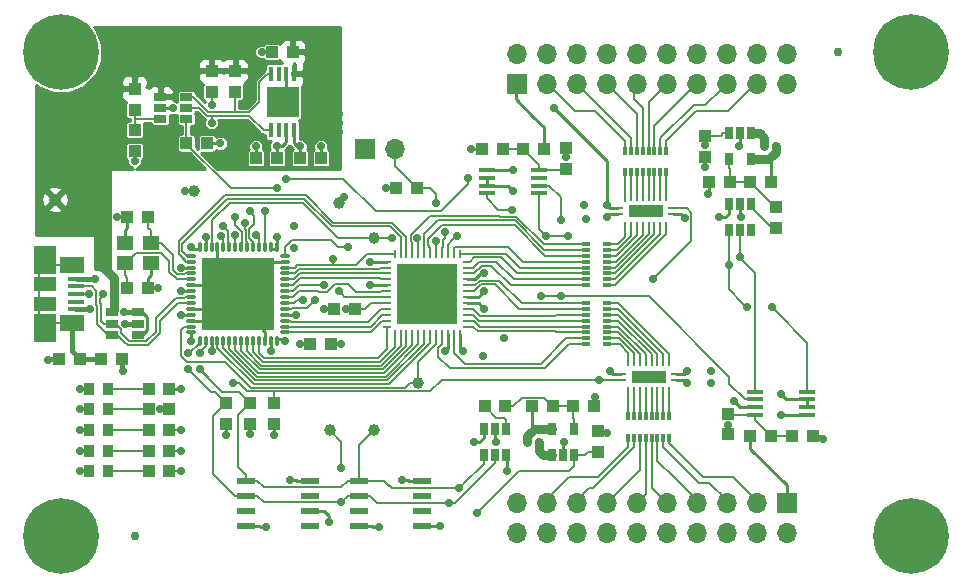
<source format=gtl>
G04 #@! TF.GenerationSoftware,KiCad,Pcbnew,5.0.0-rc3-6a2723a~65~ubuntu18.04.1*
G04 #@! TF.CreationDate,2018-07-21T07:19:33+00:00*
G04 #@! TF.ProjectId,glasgow,676C6173676F772E6B696361645F7063,rev?*
G04 #@! TF.SameCoordinates,Original*
G04 #@! TF.FileFunction,Copper,L1,Top,Signal*
G04 #@! TF.FilePolarity,Positive*
%FSLAX46Y46*%
G04 Gerber Fmt 4.6, Leading zero omitted, Abs format (unit mm)*
G04 Created by KiCad (PCBNEW 5.0.0-rc3-6a2723a~65~ubuntu18.04.1) date Sat Jul 21 07:19:33 2018*
%MOMM*%
%LPD*%
G01*
G04 APERTURE LIST*
G04 #@! TA.AperFunction,SMDPad,CuDef*
%ADD10O,1.000000X0.280000*%
G04 #@! TD*
G04 #@! TA.AperFunction,SMDPad,CuDef*
%ADD11O,0.280000X1.000000*%
G04 #@! TD*
G04 #@! TA.AperFunction,Conductor*
%ADD12R,6.220000X6.220000*%
G04 #@! TD*
G04 #@! TA.AperFunction,ViaPad*
%ADD13C,0.600000*%
G04 #@! TD*
G04 #@! TA.AperFunction,SMDPad,CuDef*
%ADD14R,0.800000X0.300000*%
G04 #@! TD*
G04 #@! TA.AperFunction,SMDPad,CuDef*
%ADD15R,1.060000X0.650000*%
G04 #@! TD*
G04 #@! TA.AperFunction,BGAPad,CuDef*
%ADD16C,0.750000*%
G04 #@! TD*
G04 #@! TA.AperFunction,SMDPad,CuDef*
%ADD17R,0.400000X1.260000*%
G04 #@! TD*
G04 #@! TA.AperFunction,SMDPad,CuDef*
%ADD18R,2.800000X2.540000*%
G04 #@! TD*
G04 #@! TA.AperFunction,ComponentPad*
%ADD19C,0.600000*%
G04 #@! TD*
G04 #@! TA.AperFunction,SMDPad,CuDef*
%ADD20R,0.300000X0.800000*%
G04 #@! TD*
G04 #@! TA.AperFunction,BGAPad,CuDef*
%ADD21C,1.000000*%
G04 #@! TD*
G04 #@! TA.AperFunction,SMDPad,CuDef*
%ADD22R,1.400000X1.200000*%
G04 #@! TD*
G04 #@! TA.AperFunction,SMDPad,CuDef*
%ADD23R,0.820000X1.000000*%
G04 #@! TD*
G04 #@! TA.AperFunction,SMDPad,CuDef*
%ADD24R,1.000000X0.995000*%
G04 #@! TD*
G04 #@! TA.AperFunction,SMDPad,CuDef*
%ADD25R,1.450000X0.450000*%
G04 #@! TD*
G04 #@! TA.AperFunction,SMDPad,CuDef*
%ADD26R,0.650000X1.060000*%
G04 #@! TD*
G04 #@! TA.AperFunction,SMDPad,CuDef*
%ADD27R,0.995000X1.000000*%
G04 #@! TD*
G04 #@! TA.AperFunction,ComponentPad*
%ADD28R,1.700000X1.700000*%
G04 #@! TD*
G04 #@! TA.AperFunction,ComponentPad*
%ADD29O,1.700000X1.700000*%
G04 #@! TD*
G04 #@! TA.AperFunction,SMDPad,CuDef*
%ADD30R,2.900000X1.000000*%
G04 #@! TD*
G04 #@! TA.AperFunction,SMDPad,CuDef*
%ADD31R,0.240000X0.900000*%
G04 #@! TD*
G04 #@! TA.AperFunction,SMDPad,CuDef*
%ADD32R,0.900000X0.240000*%
G04 #@! TD*
G04 #@! TA.AperFunction,SMDPad,CuDef*
%ADD33R,0.700000X0.250000*%
G04 #@! TD*
G04 #@! TA.AperFunction,SMDPad,CuDef*
%ADD34R,0.250000X0.700000*%
G04 #@! TD*
G04 #@! TA.AperFunction,SMDPad,CuDef*
%ADD35R,5.150000X5.150000*%
G04 #@! TD*
G04 #@! TA.AperFunction,SMDPad,CuDef*
%ADD36R,1.550000X0.600000*%
G04 #@! TD*
G04 #@! TA.AperFunction,SMDPad,CuDef*
%ADD37R,1.380000X0.450000*%
G04 #@! TD*
G04 #@! TA.AperFunction,SMDPad,CuDef*
%ADD38R,2.100000X1.475000*%
G04 #@! TD*
G04 #@! TA.AperFunction,SMDPad,CuDef*
%ADD39R,1.900000X2.375000*%
G04 #@! TD*
G04 #@! TA.AperFunction,SMDPad,CuDef*
%ADD40R,1.900000X1.175000*%
G04 #@! TD*
G04 #@! TA.AperFunction,ComponentPad*
%ADD41C,6.400000*%
G04 #@! TD*
G04 #@! TA.AperFunction,ViaPad*
%ADD42C,0.700000*%
G04 #@! TD*
G04 #@! TA.AperFunction,Conductor*
%ADD43C,0.160000*%
G04 #@! TD*
G04 #@! TA.AperFunction,Conductor*
%ADD44C,0.250000*%
G04 #@! TD*
G04 #@! TA.AperFunction,Conductor*
%ADD45C,0.450000*%
G04 #@! TD*
G04 #@! TA.AperFunction,Conductor*
%ADD46C,0.750000*%
G04 #@! TD*
G04 #@! TA.AperFunction,Conductor*
%ADD47C,0.254000*%
G04 #@! TD*
G04 APERTURE END LIST*
D10*
G04 #@! TO.P,U1,1*
G04 #@! TO.N,/RD*
X65000000Y-92250000D03*
G04 #@! TO.P,U1,2*
G04 #@! TO.N,/WR*
X65000000Y-92750000D03*
G04 #@! TO.P,U1,3*
G04 #@! TO.N,+3V3*
X65000000Y-93250000D03*
G04 #@! TO.P,U1,4*
G04 #@! TO.N,/XTALOUT*
X65000000Y-93750000D03*
G04 #@! TO.P,U1,5*
G04 #@! TO.N,/XTALIN*
X65000000Y-94250000D03*
G04 #@! TO.P,U1,6*
G04 #@! TO.N,GND*
X65000000Y-94750000D03*
G04 #@! TO.P,U1,7*
G04 #@! TO.N,+3V3*
X65000000Y-95250000D03*
G04 #@! TO.P,U1,8*
G04 #@! TO.N,/USB_P*
X65000000Y-95750000D03*
G04 #@! TO.P,U1,9*
G04 #@! TO.N,/USB_N*
X65000000Y-96250000D03*
G04 #@! TO.P,U1,10*
G04 #@! TO.N,GND*
X65000000Y-96750000D03*
G04 #@! TO.P,U1,11*
G04 #@! TO.N,+3V3*
X65000000Y-97250000D03*
G04 #@! TO.P,U1,12*
G04 #@! TO.N,GND*
X65000000Y-97750000D03*
G04 #@! TO.P,U1,13*
G04 #@! TO.N,/CLKIF*
X65000000Y-98250000D03*
G04 #@! TO.P,U1,14*
G04 #@! TO.N,GND*
X65000000Y-98750000D03*
D11*
G04 #@! TO.P,U1,15*
G04 #@! TO.N,/SCL*
X65750000Y-99500000D03*
G04 #@! TO.P,U1,16*
G04 #@! TO.N,/SDA*
X66250000Y-99500000D03*
G04 #@! TO.P,U1,17*
G04 #@! TO.N,+3V3*
X66750000Y-99500000D03*
G04 #@! TO.P,U1,18*
G04 #@! TO.N,/D0*
X67250000Y-99500000D03*
G04 #@! TO.P,U1,19*
G04 #@! TO.N,/D1*
X67750000Y-99500000D03*
G04 #@! TO.P,U1,20*
G04 #@! TO.N,/D2*
X68250000Y-99500000D03*
G04 #@! TO.P,U1,21*
G04 #@! TO.N,/D3*
X68750000Y-99500000D03*
G04 #@! TO.P,U1,22*
G04 #@! TO.N,/D4*
X69250000Y-99500000D03*
G04 #@! TO.P,U1,23*
G04 #@! TO.N,/D5*
X69750000Y-99500000D03*
G04 #@! TO.P,U1,24*
G04 #@! TO.N,/D6*
X70250000Y-99500000D03*
G04 #@! TO.P,U1,25*
G04 #@! TO.N,/D7*
X70750000Y-99500000D03*
G04 #@! TO.P,U1,26*
G04 #@! TO.N,GND*
X71250000Y-99500000D03*
G04 #@! TO.P,U1,27*
G04 #@! TO.N,+3V3*
X71750000Y-99500000D03*
G04 #@! TO.P,U1,28*
G04 #@! TO.N,GND*
X72250000Y-99500000D03*
D10*
G04 #@! TO.P,U1,29*
G04 #@! TO.N,/FLAGA*
X73000000Y-98750000D03*
G04 #@! TO.P,U1,30*
G04 #@! TO.N,/FLAGB*
X73000000Y-98250000D03*
G04 #@! TO.P,U1,31*
G04 #@! TO.N,/FLAGC*
X73000000Y-97750000D03*
G04 #@! TO.P,U1,32*
G04 #@! TO.N,+3V3*
X73000000Y-97250000D03*
G04 #@! TO.P,U1,33*
G04 #@! TO.N,/~ALERT*
X73000000Y-96750000D03*
G04 #@! TO.P,U1,34*
G04 #@! TO.N,/FLAGD*
X73000000Y-96250000D03*
G04 #@! TO.P,U1,35*
G04 #@! TO.N,/OE*
X73000000Y-95750000D03*
G04 #@! TO.P,U1,36*
G04 #@! TO.N,/FPGA_DONE*
X73000000Y-95250000D03*
G04 #@! TO.P,U1,37*
G04 #@! TO.N,/A0*
X73000000Y-94750000D03*
G04 #@! TO.P,U1,38*
G04 #@! TO.N,/A1*
X73000000Y-94250000D03*
G04 #@! TO.P,U1,39*
G04 #@! TO.N,/PKTEND*
X73000000Y-93750000D03*
G04 #@! TO.P,U1,40*
G04 #@! TO.N,/FLAGD*
X73000000Y-93250000D03*
G04 #@! TO.P,U1,41*
G04 #@! TO.N,GND*
X73000000Y-92750000D03*
G04 #@! TO.P,U1,42*
G04 #@! TO.N,/~CY_RESET*
X73000000Y-92250000D03*
D11*
G04 #@! TO.P,U1,43*
G04 #@! TO.N,+3V3*
X72250000Y-91500000D03*
G04 #@! TO.P,U1,44*
X71750000Y-91500000D03*
G04 #@! TO.P,U1,45*
G04 #@! TO.N,/ENVA*
X71250000Y-91500000D03*
G04 #@! TO.P,U1,46*
G04 #@! TO.N,/~FPGA_RESET*
X70750000Y-91500000D03*
G04 #@! TO.P,U1,47*
G04 #@! TO.N,/LED_CY*
X70250000Y-91500000D03*
G04 #@! TO.P,U1,48*
G04 #@! TO.N,/LED_FPGA*
X69750000Y-91500000D03*
G04 #@! TO.P,U1,49*
G04 #@! TO.N,/LED_ACT*
X69250000Y-91500000D03*
G04 #@! TO.P,U1,50*
G04 #@! TO.N,/LED_ERR*
X68750000Y-91500000D03*
G04 #@! TO.P,U1,51*
G04 #@! TO.N,/ENVB*
X68250000Y-91500000D03*
G04 #@! TO.P,U1,52*
G04 #@! TO.N,/~OEQ*
X67750000Y-91500000D03*
G04 #@! TO.P,U1,53*
G04 #@! TO.N,GND*
X67250000Y-91500000D03*
G04 #@! TO.P,U1,54*
G04 #@! TO.N,/CLKREF*
X66750000Y-91500000D03*
G04 #@! TO.P,U1,55*
G04 #@! TO.N,+3V3*
X66250000Y-91500000D03*
G04 #@! TO.P,U1,56*
G04 #@! TO.N,GND*
X65750000Y-91500000D03*
D12*
G04 #@! TD*
G04 #@! TO.N,GND*
G04 #@! TO.C,U1*
X69000000Y-95500000D03*
D13*
G04 #@! TO.N,GND*
G04 #@! TO.C,U1*
X69000000Y-95500000D03*
X70270000Y-95500000D03*
X71540000Y-95500000D03*
X67730000Y-95500000D03*
X66460000Y-95500000D03*
X66460000Y-94230000D03*
X67730000Y-94230000D03*
X69000000Y-94230000D03*
X70270000Y-94230000D03*
X71540000Y-94230000D03*
X71540000Y-92960000D03*
X70270000Y-92960000D03*
X69000000Y-92960000D03*
X67730000Y-92960000D03*
X66460000Y-92960000D03*
X66460000Y-96770000D03*
X67730000Y-96770000D03*
X69000000Y-96770000D03*
X70270000Y-96770000D03*
X71540000Y-96770000D03*
X71540000Y-98040000D03*
X70270000Y-98040000D03*
X69000000Y-98040000D03*
X67730000Y-98040000D03*
X66460000Y-98040000D03*
G04 #@! TD*
D14*
G04 #@! TO.P,RN3,10*
G04 #@! TO.N,/IOBufferA/X6*
X100250000Y-94250000D03*
G04 #@! TO.P,RN3,12*
G04 #@! TO.N,/IOBufferA/X4*
X100250000Y-93250000D03*
G04 #@! TO.P,RN3,11*
G04 #@! TO.N,/IOBufferA/X5*
X100250000Y-93750000D03*
G04 #@! TO.P,RN3,13*
G04 #@! TO.N,/IOBufferA/X3*
X100250000Y-92750000D03*
G04 #@! TO.P,RN3,14*
G04 #@! TO.N,/IOBufferA/X2*
X100250000Y-92250000D03*
G04 #@! TO.P,RN3,15*
G04 #@! TO.N,/IOBufferA/X1*
X100250000Y-91750000D03*
G04 #@! TO.P,RN3,7*
G04 #@! TO.N,/QA6*
X98450000Y-94250000D03*
G04 #@! TO.P,RN3,6*
G04 #@! TO.N,/QA5*
X98450000Y-93750000D03*
G04 #@! TO.P,RN3,5*
G04 #@! TO.N,/QA4*
X98450000Y-93250000D03*
G04 #@! TO.P,RN3,4*
G04 #@! TO.N,/QA3*
X98450000Y-92750000D03*
G04 #@! TO.P,RN3,3*
G04 #@! TO.N,/QA2*
X98450000Y-92250000D03*
G04 #@! TO.P,RN3,2*
G04 #@! TO.N,/QA1*
X98450000Y-91750000D03*
G04 #@! TO.P,RN3,9*
G04 #@! TO.N,/IOBufferA/X7*
X100250000Y-94750000D03*
G04 #@! TO.P,RN3,8*
G04 #@! TO.N,/QA7*
X98450000Y-94750000D03*
G04 #@! TO.P,RN3,16*
G04 #@! TO.N,/IOBufferA/X0*
X100250000Y-91250000D03*
G04 #@! TO.P,RN3,1*
G04 #@! TO.N,/QA0*
X98450000Y-91250000D03*
G04 #@! TD*
G04 #@! TO.P,RN4,1*
G04 #@! TO.N,/QB0*
X98450000Y-96250000D03*
G04 #@! TO.P,RN4,16*
G04 #@! TO.N,/IOBufferB/X0*
X100250000Y-96250000D03*
G04 #@! TO.P,RN4,8*
G04 #@! TO.N,/QB7*
X98450000Y-99750000D03*
G04 #@! TO.P,RN4,9*
G04 #@! TO.N,/IOBufferB/X7*
X100250000Y-99750000D03*
G04 #@! TO.P,RN4,2*
G04 #@! TO.N,/QB1*
X98450000Y-96750000D03*
G04 #@! TO.P,RN4,3*
G04 #@! TO.N,/QB2*
X98450000Y-97250000D03*
G04 #@! TO.P,RN4,4*
G04 #@! TO.N,/QB3*
X98450000Y-97750000D03*
G04 #@! TO.P,RN4,5*
G04 #@! TO.N,/QB4*
X98450000Y-98250000D03*
G04 #@! TO.P,RN4,6*
G04 #@! TO.N,/QB5*
X98450000Y-98750000D03*
G04 #@! TO.P,RN4,7*
G04 #@! TO.N,/QB6*
X98450000Y-99250000D03*
G04 #@! TO.P,RN4,15*
G04 #@! TO.N,/IOBufferB/X1*
X100250000Y-96750000D03*
G04 #@! TO.P,RN4,14*
G04 #@! TO.N,/IOBufferB/X2*
X100250000Y-97250000D03*
G04 #@! TO.P,RN4,13*
G04 #@! TO.N,/IOBufferB/X3*
X100250000Y-97750000D03*
G04 #@! TO.P,RN4,11*
G04 #@! TO.N,/IOBufferB/X5*
X100250000Y-98750000D03*
G04 #@! TO.P,RN4,12*
G04 #@! TO.N,/IOBufferB/X4*
X100250000Y-98250000D03*
G04 #@! TO.P,RN4,10*
G04 #@! TO.N,/IOBufferB/X6*
X100250000Y-99250000D03*
G04 #@! TD*
D15*
G04 #@! TO.P,U15,5*
G04 #@! TO.N,/USB_P*
X58300000Y-98000000D03*
G04 #@! TO.P,U15,6*
G04 #@! TO.N,/USB_N*
X58300000Y-98950000D03*
G04 #@! TO.P,U15,4*
G04 #@! TO.N,+5V*
X58300000Y-97050000D03*
G04 #@! TO.P,U15,3*
G04 #@! TO.N,/VUSB*
X60500000Y-97050000D03*
G04 #@! TO.P,U15,2*
G04 #@! TO.N,GND*
X60500000Y-98000000D03*
G04 #@! TO.P,U15,1*
G04 #@! TO.N,/VUSB*
X60500000Y-98950000D03*
G04 #@! TD*
D16*
G04 #@! TO.P,FID2,~*
G04 #@! TO.N,N/C*
X119750000Y-75000000D03*
G04 #@! TD*
G04 #@! TO.P,FID1,~*
G04 #@! TO.N,N/C*
X60250000Y-116000000D03*
G04 #@! TD*
D17*
G04 #@! TO.P,U8,8*
G04 #@! TO.N,+3V3*
X73741581Y-81650000D03*
D18*
G04 #@! TO.P,U8,9*
G04 #@! TO.N,GND*
X72766581Y-79250000D03*
D17*
G04 #@! TO.P,U8,7*
G04 #@! TO.N,+1V2*
X73091581Y-81650000D03*
G04 #@! TO.P,U8,3*
G04 #@! TO.N,Net-(U8-Pad3)*
X72441581Y-76850000D03*
G04 #@! TO.P,U8,2*
G04 #@! TO.N,GND*
X73091581Y-76850000D03*
G04 #@! TO.P,U8,6*
G04 #@! TO.N,Net-(U8-Pad6)*
X72441581Y-81650000D03*
G04 #@! TO.P,U8,4*
G04 #@! TO.N,/1V2EN*
X71791581Y-76850000D03*
G04 #@! TO.P,U8,1*
G04 #@! TO.N,+5V*
X73741581Y-76850000D03*
G04 #@! TO.P,U8,5*
G04 #@! TO.N,/3V3EN*
X71791581Y-81650000D03*
D19*
G04 #@! TO.P,U8,9*
G04 #@! TO.N,GND*
X73266581Y-79750000D03*
X72266581Y-79750000D03*
X72266581Y-78750000D03*
X73266581Y-78750000D03*
G04 #@! TD*
D20*
G04 #@! TO.P,RN2,10*
G04 #@! TO.N,/IOBufferB/Z6*
X102500000Y-107650000D03*
G04 #@! TO.P,RN2,12*
G04 #@! TO.N,/IOBufferB/Z4*
X103500000Y-107650000D03*
G04 #@! TO.P,RN2,11*
G04 #@! TO.N,/IOBufferB/Z5*
X103000000Y-107650000D03*
G04 #@! TO.P,RN2,13*
G04 #@! TO.N,/IOBufferB/Z3*
X104000000Y-107650000D03*
G04 #@! TO.P,RN2,14*
G04 #@! TO.N,/IOBufferB/Z2*
X104500000Y-107650000D03*
G04 #@! TO.P,RN2,15*
G04 #@! TO.N,/IOBufferB/Z1*
X105000000Y-107650000D03*
G04 #@! TO.P,RN2,7*
G04 #@! TO.N,/IOBufferB/Y6*
X102500000Y-105850000D03*
G04 #@! TO.P,RN2,6*
G04 #@! TO.N,/IOBufferB/Y5*
X103000000Y-105850000D03*
G04 #@! TO.P,RN2,5*
G04 #@! TO.N,/IOBufferB/Y4*
X103500000Y-105850000D03*
G04 #@! TO.P,RN2,4*
G04 #@! TO.N,/IOBufferB/Y3*
X104000000Y-105850000D03*
G04 #@! TO.P,RN2,3*
G04 #@! TO.N,/IOBufferB/Y2*
X104500000Y-105850000D03*
G04 #@! TO.P,RN2,2*
G04 #@! TO.N,/IOBufferB/Y1*
X105000000Y-105850000D03*
G04 #@! TO.P,RN2,9*
G04 #@! TO.N,/IOBufferB/Z7*
X102000000Y-107650000D03*
G04 #@! TO.P,RN2,8*
G04 #@! TO.N,/IOBufferB/Y7*
X102000000Y-105850000D03*
G04 #@! TO.P,RN2,16*
G04 #@! TO.N,/IOBufferB/Z0*
X105500000Y-107650000D03*
G04 #@! TO.P,RN2,1*
G04 #@! TO.N,/IOBufferB/Y0*
X105500000Y-105850000D03*
G04 #@! TD*
G04 #@! TO.P,RN1,1*
G04 #@! TO.N,/IOBufferA/Y0*
X101750000Y-85150000D03*
G04 #@! TO.P,RN1,16*
G04 #@! TO.N,/IOBufferA/Z0*
X101750000Y-83350000D03*
G04 #@! TO.P,RN1,8*
G04 #@! TO.N,/IOBufferA/Y7*
X105250000Y-85150000D03*
G04 #@! TO.P,RN1,9*
G04 #@! TO.N,/IOBufferA/Z7*
X105250000Y-83350000D03*
G04 #@! TO.P,RN1,2*
G04 #@! TO.N,/IOBufferA/Y1*
X102250000Y-85150000D03*
G04 #@! TO.P,RN1,3*
G04 #@! TO.N,/IOBufferA/Y2*
X102750000Y-85150000D03*
G04 #@! TO.P,RN1,4*
G04 #@! TO.N,/IOBufferA/Y3*
X103250000Y-85150000D03*
G04 #@! TO.P,RN1,5*
G04 #@! TO.N,/IOBufferA/Y4*
X103750000Y-85150000D03*
G04 #@! TO.P,RN1,6*
G04 #@! TO.N,/IOBufferA/Y5*
X104250000Y-85150000D03*
G04 #@! TO.P,RN1,7*
G04 #@! TO.N,/IOBufferA/Y6*
X104750000Y-85150000D03*
G04 #@! TO.P,RN1,15*
G04 #@! TO.N,/IOBufferA/Z1*
X102250000Y-83350000D03*
G04 #@! TO.P,RN1,14*
G04 #@! TO.N,/IOBufferA/Z2*
X102750000Y-83350000D03*
G04 #@! TO.P,RN1,13*
G04 #@! TO.N,/IOBufferA/Z3*
X103250000Y-83350000D03*
G04 #@! TO.P,RN1,11*
G04 #@! TO.N,/IOBufferA/Z5*
X104250000Y-83350000D03*
G04 #@! TO.P,RN1,12*
G04 #@! TO.N,/IOBufferA/Z4*
X103750000Y-83350000D03*
G04 #@! TO.P,RN1,10*
G04 #@! TO.N,/IOBufferA/Z6*
X104750000Y-83350000D03*
G04 #@! TD*
D21*
G04 #@! TO.P,TP7,1*
G04 #@! TO.N,/CLKIF*
X84250000Y-103000000D03*
G04 #@! TD*
D22*
G04 #@! TO.P,Y1,4*
G04 #@! TO.N,GND*
X59400000Y-91150000D03*
G04 #@! TO.P,Y1,3*
G04 #@! TO.N,/XTALOUT*
X61600000Y-91150000D03*
G04 #@! TO.P,Y1,2*
G04 #@! TO.N,GND*
X61600000Y-92850000D03*
G04 #@! TO.P,Y1,1*
G04 #@! TO.N,/XTALIN*
X59400000Y-92850000D03*
G04 #@! TD*
D23*
G04 #@! TO.P,D5,2*
G04 #@! TO.N,Net-(D5-Pad2)*
X57950000Y-110500000D03*
G04 #@! TO.P,D5,1*
G04 #@! TO.N,GND*
X56350000Y-110500000D03*
G04 #@! TD*
G04 #@! TO.P,D4,2*
G04 #@! TO.N,Net-(D4-Pad2)*
X57950000Y-108750000D03*
G04 #@! TO.P,D4,1*
G04 #@! TO.N,GND*
X56350000Y-108750000D03*
G04 #@! TD*
G04 #@! TO.P,D3,2*
G04 #@! TO.N,Net-(D3-Pad2)*
X57950000Y-107000000D03*
G04 #@! TO.P,D3,1*
G04 #@! TO.N,GND*
X56350000Y-107000000D03*
G04 #@! TD*
G04 #@! TO.P,D2,2*
G04 #@! TO.N,Net-(D2-Pad2)*
X57950000Y-105250000D03*
G04 #@! TO.P,D2,1*
G04 #@! TO.N,GND*
X56350000Y-105250000D03*
G04 #@! TD*
G04 #@! TO.P,D1,2*
G04 #@! TO.N,Net-(D1-Pad2)*
X57950000Y-103500000D03*
G04 #@! TO.P,D1,1*
G04 #@! TO.N,GND*
X56350000Y-103500000D03*
G04 #@! TD*
D21*
G04 #@! TO.P,TP6,1*
G04 #@! TO.N,/CLKREF*
X80500000Y-90750000D03*
G04 #@! TD*
G04 #@! TO.P,TP4,1*
G04 #@! TO.N,/SDA*
X80500000Y-107000000D03*
G04 #@! TD*
G04 #@! TO.P,TP5,1*
G04 #@! TO.N,/SCL*
X76750000Y-107000000D03*
G04 #@! TD*
D24*
G04 #@! TO.P,C44,1*
G04 #@! TO.N,/IOBufferB/VSAMP*
X110500000Y-105612500D03*
G04 #@! TO.P,C44,2*
G04 #@! TO.N,GND*
X110500000Y-107387500D03*
G04 #@! TD*
G04 #@! TO.P,C37,2*
G04 #@! TO.N,GND*
X96750000Y-83112500D03*
G04 #@! TO.P,C37,1*
G04 #@! TO.N,/IOBufferA/VSAMP*
X96750000Y-84887500D03*
G04 #@! TD*
D25*
G04 #@! TO.P,U12,8*
G04 #@! TO.N,/SDA*
X117200000Y-103775000D03*
G04 #@! TO.P,U12,7*
G04 #@! TO.N,GND*
X117200000Y-104425000D03*
G04 #@! TO.P,U12,6*
X117200000Y-105075000D03*
G04 #@! TO.P,U12,5*
G04 #@! TO.N,+3V3*
X117200000Y-105725000D03*
G04 #@! TO.P,U12,4*
G04 #@! TO.N,/IOBufferB/VSAMP*
X112800000Y-105725000D03*
G04 #@! TO.P,U12,3*
G04 #@! TO.N,GND*
X112800000Y-105075000D03*
G04 #@! TO.P,U12,2*
G04 #@! TO.N,/~ALERT*
X112800000Y-104425000D03*
G04 #@! TO.P,U12,1*
G04 #@! TO.N,/SCL*
X112800000Y-103775000D03*
G04 #@! TD*
G04 #@! TO.P,U9,1*
G04 #@! TO.N,/SCL*
X94450000Y-86975000D03*
G04 #@! TO.P,U9,2*
G04 #@! TO.N,/~ALERT*
X94450000Y-86325000D03*
G04 #@! TO.P,U9,3*
G04 #@! TO.N,/IOBufferA/ADRADC*
X94450000Y-85675000D03*
G04 #@! TO.P,U9,4*
G04 #@! TO.N,/IOBufferA/VSAMP*
X94450000Y-85025000D03*
G04 #@! TO.P,U9,5*
G04 #@! TO.N,+3V3*
X90050000Y-85025000D03*
G04 #@! TO.P,U9,6*
G04 #@! TO.N,GND*
X90050000Y-85675000D03*
G04 #@! TO.P,U9,7*
X90050000Y-86325000D03*
G04 #@! TO.P,U9,8*
G04 #@! TO.N,/SDA*
X90050000Y-86975000D03*
G04 #@! TD*
D26*
G04 #@! TO.P,U11,5*
G04 #@! TO.N,/IOBufferA/VIO*
X112450000Y-84100000D03*
G04 #@! TO.P,U11,4*
G04 #@! TO.N,/IOBufferA/VFB*
X110550000Y-84100000D03*
G04 #@! TO.P,U11,3*
G04 #@! TO.N,/ENVA*
X110550000Y-81900000D03*
G04 #@! TO.P,U11,2*
G04 #@! TO.N,GND*
X111500000Y-81900000D03*
G04 #@! TO.P,U11,1*
G04 #@! TO.N,+5V*
X112450000Y-81900000D03*
G04 #@! TD*
G04 #@! TO.P,U14,5*
G04 #@! TO.N,/IOBufferB/VIO*
X95550000Y-106900000D03*
G04 #@! TO.P,U14,4*
G04 #@! TO.N,/IOBufferB/VFB*
X97450000Y-106900000D03*
G04 #@! TO.P,U14,3*
G04 #@! TO.N,/ENVB*
X97450000Y-109100000D03*
G04 #@! TO.P,U14,2*
G04 #@! TO.N,GND*
X96500000Y-109100000D03*
G04 #@! TO.P,U14,1*
G04 #@! TO.N,+5V*
X95550000Y-109100000D03*
G04 #@! TD*
G04 #@! TO.P,U13,1*
G04 #@! TO.N,Net-(R27-Pad1)*
X91700000Y-106900000D03*
G04 #@! TO.P,U13,2*
G04 #@! TO.N,+3V3*
X90750000Y-106900000D03*
G04 #@! TO.P,U13,3*
G04 #@! TO.N,GND*
X89800000Y-106900000D03*
G04 #@! TO.P,U13,4*
G04 #@! TO.N,/SDA*
X89800000Y-109100000D03*
G04 #@! TO.P,U13,6*
G04 #@! TO.N,GND*
X91700000Y-109100000D03*
G04 #@! TO.P,U13,5*
G04 #@! TO.N,/SCL*
X90750000Y-109100000D03*
G04 #@! TD*
G04 #@! TO.P,U10,1*
G04 #@! TO.N,Net-(R22-Pad1)*
X112450000Y-87900000D03*
G04 #@! TO.P,U10,2*
G04 #@! TO.N,+3V3*
X111500000Y-87900000D03*
G04 #@! TO.P,U10,3*
G04 #@! TO.N,GND*
X110550000Y-87900000D03*
G04 #@! TO.P,U10,4*
G04 #@! TO.N,/SDA*
X110550000Y-90100000D03*
G04 #@! TO.P,U10,6*
G04 #@! TO.N,/IOBufferA/ADRDAC*
X112450000Y-90100000D03*
G04 #@! TO.P,U10,5*
G04 #@! TO.N,/SCL*
X111500000Y-90100000D03*
G04 #@! TD*
D27*
G04 #@! TO.P,R24,2*
G04 #@! TO.N,/IOBufferA/VFB*
X110637500Y-86000000D03*
G04 #@! TO.P,R24,1*
G04 #@! TO.N,GND*
X108862500Y-86000000D03*
G04 #@! TD*
D24*
G04 #@! TO.P,R18,1*
G04 #@! TO.N,/ENVA*
X108500000Y-82112500D03*
G04 #@! TO.P,R18,2*
G04 #@! TO.N,GND*
X108500000Y-83887500D03*
G04 #@! TD*
D27*
G04 #@! TO.P,R20,2*
G04 #@! TO.N,/IOBufferA/VSENSE*
X94887500Y-83250000D03*
G04 #@! TO.P,R20,1*
G04 #@! TO.N,/IOBufferA/VSAMP*
X93112500Y-83250000D03*
G04 #@! TD*
G04 #@! TO.P,R21,1*
G04 #@! TO.N,GND*
X89612500Y-83250000D03*
G04 #@! TO.P,R21,2*
G04 #@! TO.N,/IOBufferA/VSAMP*
X91387500Y-83250000D03*
G04 #@! TD*
D24*
G04 #@! TO.P,R22,2*
G04 #@! TO.N,/IOBufferA/VFB*
X114500000Y-88112500D03*
G04 #@! TO.P,R22,1*
G04 #@! TO.N,Net-(R22-Pad1)*
X114500000Y-89887500D03*
G04 #@! TD*
G04 #@! TO.P,R19,2*
G04 #@! TO.N,GND*
X99500000Y-107112500D03*
G04 #@! TO.P,R19,1*
G04 #@! TO.N,/ENVB*
X99500000Y-108887500D03*
G04 #@! TD*
D27*
G04 #@! TO.P,R23,2*
G04 #@! TO.N,/IOBufferA/VIO*
X114137500Y-86000000D03*
G04 #@! TO.P,R23,1*
G04 #@! TO.N,/IOBufferA/VFB*
X112362500Y-86000000D03*
G04 #@! TD*
G04 #@! TO.P,R25,1*
G04 #@! TO.N,/IOBufferB/VSAMP*
X114137500Y-107496000D03*
G04 #@! TO.P,R25,2*
G04 #@! TO.N,/IOBufferB/VSENSE*
X112362500Y-107496000D03*
G04 #@! TD*
G04 #@! TO.P,R26,2*
G04 #@! TO.N,/IOBufferB/VSAMP*
X115862500Y-107496000D03*
G04 #@! TO.P,R26,1*
G04 #@! TO.N,GND*
X117637500Y-107496000D03*
G04 #@! TD*
G04 #@! TO.P,R27,2*
G04 #@! TO.N,/IOBufferB/VFB*
X91637500Y-105000000D03*
G04 #@! TO.P,R27,1*
G04 #@! TO.N,Net-(R27-Pad1)*
X89862500Y-105000000D03*
G04 #@! TD*
G04 #@! TO.P,R28,1*
G04 #@! TO.N,/IOBufferB/VFB*
X95637500Y-105000000D03*
G04 #@! TO.P,R28,2*
G04 #@! TO.N,/IOBufferB/VIO*
X93862500Y-105000000D03*
G04 #@! TD*
G04 #@! TO.P,R29,2*
G04 #@! TO.N,/IOBufferB/VFB*
X97362500Y-105000000D03*
G04 #@! TO.P,R29,1*
G04 #@! TO.N,GND*
X99137500Y-105000000D03*
G04 #@! TD*
D21*
G04 #@! TO.P,TP3,1*
G04 #@! TO.N,+3V3*
X65250000Y-86750000D03*
G04 #@! TD*
G04 #@! TO.P,TP1,1*
G04 #@! TO.N,+5V*
X53500000Y-87500000D03*
G04 #@! TD*
G04 #@! TO.P,TP2,1*
G04 #@! TO.N,+1V2*
X77500000Y-87750000D03*
G04 #@! TD*
D27*
G04 #@! TO.P,R17,2*
G04 #@! TO.N,+3V3*
X75112500Y-99750000D03*
G04 #@! TO.P,R17,1*
G04 #@! TO.N,/~ALERT*
X76887500Y-99750000D03*
G04 #@! TD*
G04 #@! TO.P,R12,1*
G04 #@! TO.N,+3V3*
X63187500Y-103500000D03*
G04 #@! TO.P,R12,2*
G04 #@! TO.N,Net-(D1-Pad2)*
X61412500Y-103500000D03*
G04 #@! TD*
G04 #@! TO.P,R14,2*
G04 #@! TO.N,Net-(D3-Pad2)*
X61412500Y-107000000D03*
G04 #@! TO.P,R14,1*
G04 #@! TO.N,/LED_FPGA*
X63187500Y-107000000D03*
G04 #@! TD*
G04 #@! TO.P,R15,1*
G04 #@! TO.N,/LED_ACT*
X63187500Y-108750000D03*
G04 #@! TO.P,R15,2*
G04 #@! TO.N,Net-(D4-Pad2)*
X61412500Y-108750000D03*
G04 #@! TD*
G04 #@! TO.P,R16,2*
G04 #@! TO.N,Net-(D5-Pad2)*
X61412500Y-110500000D03*
G04 #@! TO.P,R16,1*
G04 #@! TO.N,/LED_ERR*
X63187500Y-110500000D03*
G04 #@! TD*
G04 #@! TO.P,R13,1*
G04 #@! TO.N,/LED_CY*
X63187500Y-105250000D03*
G04 #@! TO.P,R13,2*
G04 #@! TO.N,Net-(D2-Pad2)*
X61412500Y-105250000D03*
G04 #@! TD*
D24*
G04 #@! TO.P,R11,1*
G04 #@! TO.N,/~OEQ*
X72000000Y-104712500D03*
G04 #@! TO.P,R11,2*
G04 #@! TO.N,+3V3*
X72000000Y-106487500D03*
G04 #@! TD*
D28*
G04 #@! TO.P,J4,1*
G04 #@! TO.N,GND*
X79750000Y-83250000D03*
D29*
G04 #@! TO.P,J4,2*
G04 #@! TO.N,/~SYNC*
X82290000Y-83250000D03*
G04 #@! TD*
D27*
G04 #@! TO.P,R10,1*
G04 #@! TO.N,/~SYNC*
X84137500Y-86500000D03*
G04 #@! TO.P,R10,2*
G04 #@! TO.N,+3V3*
X82362500Y-86500000D03*
G04 #@! TD*
G04 #@! TO.P,R9,1*
G04 #@! TO.N,GND*
X77112500Y-96750000D03*
G04 #@! TO.P,R9,2*
G04 #@! TO.N,/~FPGA_RESET*
X78887500Y-96750000D03*
G04 #@! TD*
D24*
G04 #@! TO.P,R7,2*
G04 #@! TO.N,+5V*
X66750000Y-76612500D03*
G04 #@! TO.P,R7,1*
G04 #@! TO.N,/3V3EN*
X66750000Y-78387500D03*
G04 #@! TD*
D27*
G04 #@! TO.P,C27,1*
G04 #@! TO.N,+1V2*
X72275000Y-84000000D03*
G04 #@! TO.P,C27,2*
G04 #@! TO.N,GND*
X70500000Y-84000000D03*
G04 #@! TD*
G04 #@! TO.P,C28,2*
G04 #@! TO.N,GND*
X76000000Y-84000000D03*
G04 #@! TO.P,C28,1*
G04 #@! TO.N,+3V3*
X74225000Y-84000000D03*
G04 #@! TD*
G04 #@! TO.P,C26,1*
G04 #@! TO.N,+5V*
X73637500Y-75000000D03*
G04 #@! TO.P,C26,2*
G04 #@! TO.N,GND*
X71862500Y-75000000D03*
G04 #@! TD*
D15*
G04 #@! TO.P,U7,1*
G04 #@! TO.N,+5V*
X62400000Y-78800000D03*
G04 #@! TO.P,U7,2*
G04 #@! TO.N,GND*
X62400000Y-79750000D03*
G04 #@! TO.P,U7,3*
G04 #@! TO.N,/PGOOD*
X62400000Y-80700000D03*
G04 #@! TO.P,U7,4*
G04 #@! TO.N,/~CY_RESET*
X64600000Y-80700000D03*
G04 #@! TO.P,U7,6*
G04 #@! TO.N,/1V2EN*
X64600000Y-78800000D03*
G04 #@! TO.P,U7,5*
G04 #@! TO.N,/3V3EN*
X64600000Y-79750000D03*
G04 #@! TD*
D27*
G04 #@! TO.P,R4,1*
G04 #@! TO.N,/~CY_RESET*
X64612500Y-82750000D03*
G04 #@! TO.P,R4,2*
G04 #@! TO.N,+3V3*
X66387500Y-82750000D03*
G04 #@! TD*
D24*
G04 #@! TO.P,R5,2*
G04 #@! TO.N,+5V*
X60232324Y-78112500D03*
G04 #@! TO.P,R5,1*
G04 #@! TO.N,/PGOOD*
X60232324Y-79887500D03*
G04 #@! TD*
G04 #@! TO.P,R6,1*
G04 #@! TO.N,GND*
X60232324Y-83387500D03*
G04 #@! TO.P,R6,2*
G04 #@! TO.N,/PGOOD*
X60232324Y-81612500D03*
G04 #@! TD*
G04 #@! TO.P,R8,1*
G04 #@! TO.N,/1V2EN*
X68750000Y-78387500D03*
G04 #@! TO.P,R8,2*
G04 #@! TO.N,+5V*
X68750000Y-76612500D03*
G04 #@! TD*
D29*
G04 #@! TO.P,J2,20*
G04 #@! TO.N,GND*
X115430000Y-75190000D03*
G04 #@! TO.P,J2,19*
G04 #@! TO.N,Net-(J2-Pad19)*
X115430000Y-77730000D03*
G04 #@! TO.P,J2,18*
G04 #@! TO.N,GND*
X112890000Y-75190000D03*
G04 #@! TO.P,J2,17*
G04 #@! TO.N,/IOBufferA/Z7*
X112890000Y-77730000D03*
G04 #@! TO.P,J2,16*
G04 #@! TO.N,GND*
X110350000Y-75190000D03*
G04 #@! TO.P,J2,15*
G04 #@! TO.N,/IOBufferA/Z6*
X110350000Y-77730000D03*
G04 #@! TO.P,J2,14*
G04 #@! TO.N,GND*
X107810000Y-75190000D03*
G04 #@! TO.P,J2,13*
G04 #@! TO.N,/IOBufferA/Z5*
X107810000Y-77730000D03*
G04 #@! TO.P,J2,12*
G04 #@! TO.N,GND*
X105270000Y-75190000D03*
G04 #@! TO.P,J2,11*
G04 #@! TO.N,/IOBufferA/Z4*
X105270000Y-77730000D03*
G04 #@! TO.P,J2,10*
G04 #@! TO.N,GND*
X102730000Y-75190000D03*
G04 #@! TO.P,J2,9*
G04 #@! TO.N,/IOBufferA/Z3*
X102730000Y-77730000D03*
G04 #@! TO.P,J2,8*
G04 #@! TO.N,GND*
X100190000Y-75190000D03*
G04 #@! TO.P,J2,7*
G04 #@! TO.N,/IOBufferA/Z2*
X100190000Y-77730000D03*
G04 #@! TO.P,J2,6*
G04 #@! TO.N,GND*
X97650000Y-75190000D03*
G04 #@! TO.P,J2,5*
G04 #@! TO.N,/IOBufferA/Z1*
X97650000Y-77730000D03*
G04 #@! TO.P,J2,4*
G04 #@! TO.N,GND*
X95110000Y-75190000D03*
G04 #@! TO.P,J2,3*
G04 #@! TO.N,/IOBufferA/Z0*
X95110000Y-77730000D03*
G04 #@! TO.P,J2,2*
G04 #@! TO.N,/IOBufferA/VIO*
X92570000Y-75190000D03*
D28*
G04 #@! TO.P,J2,1*
G04 #@! TO.N,/IOBufferA/VSENSE*
X92570000Y-77730000D03*
G04 #@! TD*
G04 #@! TO.P,J3,1*
G04 #@! TO.N,/IOBufferB/VSENSE*
X115430000Y-113190000D03*
D29*
G04 #@! TO.P,J3,2*
G04 #@! TO.N,/IOBufferB/VIO*
X115430000Y-115730000D03*
G04 #@! TO.P,J3,3*
G04 #@! TO.N,/IOBufferB/Z0*
X112890000Y-113190000D03*
G04 #@! TO.P,J3,4*
G04 #@! TO.N,GND*
X112890000Y-115730000D03*
G04 #@! TO.P,J3,5*
G04 #@! TO.N,/IOBufferB/Z1*
X110350000Y-113190000D03*
G04 #@! TO.P,J3,6*
G04 #@! TO.N,GND*
X110350000Y-115730000D03*
G04 #@! TO.P,J3,7*
G04 #@! TO.N,/IOBufferB/Z2*
X107810000Y-113190000D03*
G04 #@! TO.P,J3,8*
G04 #@! TO.N,GND*
X107810000Y-115730000D03*
G04 #@! TO.P,J3,9*
G04 #@! TO.N,/IOBufferB/Z3*
X105270000Y-113190000D03*
G04 #@! TO.P,J3,10*
G04 #@! TO.N,GND*
X105270000Y-115730000D03*
G04 #@! TO.P,J3,11*
G04 #@! TO.N,/IOBufferB/Z4*
X102730000Y-113190000D03*
G04 #@! TO.P,J3,12*
G04 #@! TO.N,GND*
X102730000Y-115730000D03*
G04 #@! TO.P,J3,13*
G04 #@! TO.N,/IOBufferB/Z5*
X100190000Y-113190000D03*
G04 #@! TO.P,J3,14*
G04 #@! TO.N,GND*
X100190000Y-115730000D03*
G04 #@! TO.P,J3,15*
G04 #@! TO.N,/IOBufferB/Z6*
X97650000Y-113190000D03*
G04 #@! TO.P,J3,16*
G04 #@! TO.N,GND*
X97650000Y-115730000D03*
G04 #@! TO.P,J3,17*
G04 #@! TO.N,/IOBufferB/Z7*
X95110000Y-113190000D03*
G04 #@! TO.P,J3,18*
G04 #@! TO.N,GND*
X95110000Y-115730000D03*
G04 #@! TO.P,J3,19*
G04 #@! TO.N,Net-(J3-Pad19)*
X92570000Y-113190000D03*
G04 #@! TO.P,J3,20*
G04 #@! TO.N,GND*
X92570000Y-115730000D03*
G04 #@! TD*
D30*
G04 #@! TO.P,U5,21*
G04 #@! TO.N,Net-(U5-Pad21)*
X103500000Y-88500000D03*
D31*
G04 #@! TO.P,U5,12*
G04 #@! TO.N,/IOBufferA/Y7*
X105250000Y-87200000D03*
G04 #@! TO.P,U5,13*
G04 #@! TO.N,/IOBufferA/Y6*
X104750000Y-87200000D03*
G04 #@! TO.P,U5,14*
G04 #@! TO.N,/IOBufferA/Y5*
X104250000Y-87200000D03*
G04 #@! TO.P,U5,15*
G04 #@! TO.N,/IOBufferA/Y4*
X103750000Y-87200000D03*
G04 #@! TO.P,U5,16*
G04 #@! TO.N,/IOBufferA/Y3*
X103250000Y-87200000D03*
G04 #@! TO.P,U5,17*
G04 #@! TO.N,/IOBufferA/Y2*
X102750000Y-87200000D03*
G04 #@! TO.P,U5,18*
G04 #@! TO.N,/IOBufferA/Y1*
X102250000Y-87200000D03*
G04 #@! TO.P,U5,19*
G04 #@! TO.N,/IOBufferA/Y0*
X101750000Y-87200000D03*
G04 #@! TO.P,U5,9*
G04 #@! TO.N,/IOBufferA/X7*
X105250000Y-89800000D03*
G04 #@! TO.P,U5,8*
G04 #@! TO.N,/IOBufferA/X6*
X104750000Y-89800000D03*
G04 #@! TO.P,U5,7*
G04 #@! TO.N,/IOBufferA/X5*
X104250000Y-89800000D03*
G04 #@! TO.P,U5,6*
G04 #@! TO.N,/IOBufferA/X4*
X103750000Y-89800000D03*
G04 #@! TO.P,U5,5*
G04 #@! TO.N,/IOBufferA/X3*
X103250000Y-89800000D03*
G04 #@! TO.P,U5,4*
G04 #@! TO.N,/IOBufferA/X2*
X102750000Y-89800000D03*
G04 #@! TO.P,U5,3*
G04 #@! TO.N,/IOBufferA/X1*
X102250000Y-89800000D03*
G04 #@! TO.P,U5,2*
G04 #@! TO.N,/IOBufferA/X0*
X101750000Y-89800000D03*
D32*
G04 #@! TO.P,U5,11*
G04 #@! TO.N,/~OEQ*
X105800000Y-88250000D03*
G04 #@! TO.P,U5,10*
G04 #@! TO.N,GND*
X105800000Y-88750000D03*
G04 #@! TO.P,U5,20*
G04 #@! TO.N,/IOBufferA/VIO*
X101200000Y-88250000D03*
G04 #@! TO.P,U5,1*
G04 #@! TO.N,+3V3*
X101200000Y-88750000D03*
G04 #@! TD*
G04 #@! TO.P,U6,1*
G04 #@! TO.N,+3V3*
X106050000Y-102250000D03*
G04 #@! TO.P,U6,20*
G04 #@! TO.N,/IOBufferB/VIO*
X106050000Y-102750000D03*
G04 #@! TO.P,U6,10*
G04 #@! TO.N,GND*
X101450000Y-102250000D03*
G04 #@! TO.P,U6,11*
G04 #@! TO.N,/~OEQ*
X101450000Y-102750000D03*
D31*
G04 #@! TO.P,U6,2*
G04 #@! TO.N,/IOBufferB/X0*
X105500000Y-101200000D03*
G04 #@! TO.P,U6,3*
G04 #@! TO.N,/IOBufferB/X1*
X105000000Y-101200000D03*
G04 #@! TO.P,U6,4*
G04 #@! TO.N,/IOBufferB/X2*
X104500000Y-101200000D03*
G04 #@! TO.P,U6,5*
G04 #@! TO.N,/IOBufferB/X3*
X104000000Y-101200000D03*
G04 #@! TO.P,U6,6*
G04 #@! TO.N,/IOBufferB/X4*
X103500000Y-101200000D03*
G04 #@! TO.P,U6,7*
G04 #@! TO.N,/IOBufferB/X5*
X103000000Y-101200000D03*
G04 #@! TO.P,U6,8*
G04 #@! TO.N,/IOBufferB/X6*
X102500000Y-101200000D03*
G04 #@! TO.P,U6,9*
G04 #@! TO.N,/IOBufferB/X7*
X102000000Y-101200000D03*
G04 #@! TO.P,U6,19*
G04 #@! TO.N,/IOBufferB/Y0*
X105500000Y-103800000D03*
G04 #@! TO.P,U6,18*
G04 #@! TO.N,/IOBufferB/Y1*
X105000000Y-103800000D03*
G04 #@! TO.P,U6,17*
G04 #@! TO.N,/IOBufferB/Y2*
X104500000Y-103800000D03*
G04 #@! TO.P,U6,16*
G04 #@! TO.N,/IOBufferB/Y3*
X104000000Y-103800000D03*
G04 #@! TO.P,U6,15*
G04 #@! TO.N,/IOBufferB/Y4*
X103500000Y-103800000D03*
G04 #@! TO.P,U6,14*
G04 #@! TO.N,/IOBufferB/Y5*
X103000000Y-103800000D03*
G04 #@! TO.P,U6,13*
G04 #@! TO.N,/IOBufferB/Y6*
X102500000Y-103800000D03*
G04 #@! TO.P,U6,12*
G04 #@! TO.N,/IOBufferB/Y7*
X102000000Y-103800000D03*
D30*
G04 #@! TO.P,U6,21*
G04 #@! TO.N,Net-(U6-Pad21)*
X103750000Y-102500000D03*
G04 #@! TD*
D33*
G04 #@! TO.P,U4,1*
G04 #@! TO.N,+3V3*
X81600000Y-92750000D03*
G04 #@! TO.P,U4,2*
G04 #@! TO.N,/PKTEND*
X81600000Y-93250000D03*
G04 #@! TO.P,U4,3*
G04 #@! TO.N,/A1*
X81600000Y-93750000D03*
G04 #@! TO.P,U4,4*
G04 #@! TO.N,/A0*
X81600000Y-94250000D03*
G04 #@! TO.P,U4,5*
G04 #@! TO.N,+1V2*
X81600000Y-94750000D03*
G04 #@! TO.P,U4,6*
G04 #@! TO.N,/OE*
X81600000Y-95250000D03*
G04 #@! TO.P,U4,7*
G04 #@! TO.N,/FPGA_DONE*
X81600000Y-95750000D03*
G04 #@! TO.P,U4,8*
G04 #@! TO.N,/~FPGA_RESET*
X81600000Y-96250000D03*
G04 #@! TO.P,U4,9*
G04 #@! TO.N,/FLAGC*
X81600000Y-96750000D03*
G04 #@! TO.P,U4,10*
G04 #@! TO.N,/FLAGB*
X81600000Y-97250000D03*
G04 #@! TO.P,U4,11*
G04 #@! TO.N,/FLAGA*
X81600000Y-97750000D03*
G04 #@! TO.P,U4,12*
G04 #@! TO.N,/D7*
X81600000Y-98250000D03*
D34*
G04 #@! TO.P,U4,13*
G04 #@! TO.N,/D6*
X82250000Y-98900000D03*
G04 #@! TO.P,U4,14*
G04 #@! TO.N,/D5*
X82750000Y-98900000D03*
G04 #@! TO.P,U4,15*
G04 #@! TO.N,/D4*
X83250000Y-98900000D03*
G04 #@! TO.P,U4,16*
G04 #@! TO.N,/D3*
X83750000Y-98900000D03*
G04 #@! TO.P,U4,17*
G04 #@! TO.N,/D2*
X84250000Y-98900000D03*
G04 #@! TO.P,U4,18*
G04 #@! TO.N,/D1*
X84750000Y-98900000D03*
G04 #@! TO.P,U4,19*
G04 #@! TO.N,/D0*
X85250000Y-98900000D03*
G04 #@! TO.P,U4,20*
G04 #@! TO.N,/CLKIF*
X85750000Y-98900000D03*
G04 #@! TO.P,U4,21*
G04 #@! TO.N,/QB7*
X86250000Y-98900000D03*
G04 #@! TO.P,U4,22*
G04 #@! TO.N,+3V3*
X86750000Y-98900000D03*
G04 #@! TO.P,U4,23*
G04 #@! TO.N,/QB6*
X87250000Y-98900000D03*
G04 #@! TO.P,U4,24*
G04 #@! TO.N,+3V3*
X87750000Y-98900000D03*
D33*
G04 #@! TO.P,U4,25*
G04 #@! TO.N,/QB5*
X88400000Y-98250000D03*
G04 #@! TO.P,U4,26*
G04 #@! TO.N,/QB4*
X88400000Y-97750000D03*
G04 #@! TO.P,U4,27*
G04 #@! TO.N,/QB3*
X88400000Y-97250000D03*
G04 #@! TO.P,U4,28*
G04 #@! TO.N,/QB2*
X88400000Y-96750000D03*
G04 #@! TO.P,U4,29*
G04 #@! TO.N,/VCCPLL*
X88400000Y-96250000D03*
G04 #@! TO.P,U4,30*
G04 #@! TO.N,+1V2*
X88400000Y-95750000D03*
G04 #@! TO.P,U4,31*
G04 #@! TO.N,/QB1*
X88400000Y-95250000D03*
G04 #@! TO.P,U4,32*
G04 #@! TO.N,/QB0*
X88400000Y-94750000D03*
G04 #@! TO.P,U4,33*
G04 #@! TO.N,+3V3*
X88400000Y-94250000D03*
G04 #@! TO.P,U4,34*
G04 #@! TO.N,/QA7*
X88400000Y-93750000D03*
G04 #@! TO.P,U4,35*
G04 #@! TO.N,/QA6*
X88400000Y-93250000D03*
G04 #@! TO.P,U4,36*
G04 #@! TO.N,/QA5*
X88400000Y-92750000D03*
D34*
G04 #@! TO.P,U4,37*
G04 #@! TO.N,/QA4*
X87750000Y-92100000D03*
G04 #@! TO.P,U4,38*
G04 #@! TO.N,/QA3*
X87250000Y-92100000D03*
G04 #@! TO.P,U4,39*
G04 #@! TO.N,/SCL*
X86750000Y-92100000D03*
G04 #@! TO.P,U4,40*
G04 #@! TO.N,/SDA*
X86250000Y-92100000D03*
G04 #@! TO.P,U4,41*
G04 #@! TO.N,/~SYNC*
X85750000Y-92100000D03*
G04 #@! TO.P,U4,42*
G04 #@! TO.N,/QA2*
X85250000Y-92100000D03*
G04 #@! TO.P,U4,43*
G04 #@! TO.N,/QA1*
X84750000Y-92100000D03*
G04 #@! TO.P,U4,44*
G04 #@! TO.N,/CLKREF*
X84250000Y-92100000D03*
G04 #@! TO.P,U4,45*
G04 #@! TO.N,/QA0*
X83750000Y-92100000D03*
G04 #@! TO.P,U4,46*
G04 #@! TO.N,/WR*
X83250000Y-92100000D03*
G04 #@! TO.P,U4,47*
G04 #@! TO.N,/RD*
X82750000Y-92100000D03*
G04 #@! TO.P,U4,48*
G04 #@! TO.N,/FLAGD*
X82250000Y-92100000D03*
D35*
G04 #@! TO.P,U4,49*
G04 #@! TO.N,GND*
X85000000Y-95500000D03*
G04 #@! TD*
D36*
G04 #@! TO.P,U2,8*
G04 #@! TO.N,+3V3*
X69700000Y-115105000D03*
G04 #@! TO.P,U2,7*
G04 #@! TO.N,Net-(U2-Pad7)*
X69700000Y-113835000D03*
G04 #@! TO.P,U2,6*
G04 #@! TO.N,/SCL*
X69700000Y-112565000D03*
G04 #@! TO.P,U2,5*
G04 #@! TO.N,/SDA*
X69700000Y-111295000D03*
G04 #@! TO.P,U2,4*
G04 #@! TO.N,GND*
X75100000Y-111295000D03*
G04 #@! TO.P,U2,3*
G04 #@! TO.N,Net-(U2-Pad3)*
X75100000Y-112565000D03*
G04 #@! TO.P,U2,2*
G04 #@! TO.N,+3V3*
X75100000Y-113835000D03*
G04 #@! TO.P,U2,1*
G04 #@! TO.N,Net-(U2-Pad1)*
X75100000Y-115105000D03*
G04 #@! TD*
D37*
G04 #@! TO.P,J1,1*
G04 #@! TO.N,/VUSB*
X55310000Y-94200000D03*
G04 #@! TO.P,J1,2*
G04 #@! TO.N,/USB_N*
X55310000Y-94850000D03*
G04 #@! TO.P,J1,3*
G04 #@! TO.N,/USB_P*
X55310000Y-95500000D03*
G04 #@! TO.P,J1,4*
G04 #@! TO.N,Net-(J1-Pad4)*
X55310000Y-96150000D03*
G04 #@! TO.P,J1,5*
G04 #@! TO.N,GND*
X55310000Y-96800000D03*
D38*
G04 #@! TO.P,J1,6*
G04 #@! TO.N,/SHLD*
X54950000Y-93037500D03*
X54950000Y-97962500D03*
D39*
X52650000Y-92590000D03*
X52650000Y-98410000D03*
D40*
X52650000Y-94660000D03*
X52650000Y-96340000D03*
G04 #@! TD*
D27*
G04 #@! TO.P,C13,2*
G04 #@! TO.N,GND*
X59137500Y-101000000D03*
G04 #@! TO.P,C13,1*
G04 #@! TO.N,/SHLD*
X57362500Y-101000000D03*
G04 #@! TD*
G04 #@! TO.P,C12,1*
G04 #@! TO.N,/XTALIN*
X59612500Y-95000000D03*
G04 #@! TO.P,C12,2*
G04 #@! TO.N,GND*
X61387500Y-95000000D03*
G04 #@! TD*
G04 #@! TO.P,C11,2*
G04 #@! TO.N,GND*
X59612500Y-89000000D03*
G04 #@! TO.P,C11,1*
G04 #@! TO.N,/XTALOUT*
X61387500Y-89000000D03*
G04 #@! TD*
G04 #@! TO.P,R3,1*
G04 #@! TO.N,/SHLD*
X55637500Y-101000000D03*
G04 #@! TO.P,R3,2*
G04 #@! TO.N,GND*
X53862500Y-101000000D03*
G04 #@! TD*
D24*
G04 #@! TO.P,R1,2*
G04 #@! TO.N,+3V3*
X70000000Y-106487500D03*
G04 #@! TO.P,R1,1*
G04 #@! TO.N,/SDA*
X70000000Y-104712500D03*
G04 #@! TD*
G04 #@! TO.P,R2,1*
G04 #@! TO.N,/SCL*
X68000000Y-104712500D03*
G04 #@! TO.P,R2,2*
G04 #@! TO.N,+3V3*
X68000000Y-106487500D03*
G04 #@! TD*
D41*
G04 #@! TO.P,MK1,1*
G04 #@! TO.N,GND*
X54000000Y-116000000D03*
G04 #@! TD*
G04 #@! TO.P,MK2,1*
G04 #@! TO.N,GND*
X54000000Y-75000000D03*
G04 #@! TD*
G04 #@! TO.P,MK3,1*
G04 #@! TO.N,GND*
X126000000Y-75000000D03*
G04 #@! TD*
G04 #@! TO.P,MK4,1*
G04 #@! TO.N,GND*
X126000000Y-116000000D03*
G04 #@! TD*
D36*
G04 #@! TO.P,U3,1*
G04 #@! TO.N,+3V3*
X84600000Y-115105000D03*
G04 #@! TO.P,U3,2*
G04 #@! TO.N,Net-(U3-Pad2)*
X84600000Y-113835000D03*
G04 #@! TO.P,U3,3*
G04 #@! TO.N,Net-(U3-Pad3)*
X84600000Y-112565000D03*
G04 #@! TO.P,U3,4*
G04 #@! TO.N,GND*
X84600000Y-111295000D03*
G04 #@! TO.P,U3,5*
G04 #@! TO.N,/SDA*
X79200000Y-111295000D03*
G04 #@! TO.P,U3,6*
G04 #@! TO.N,/SCL*
X79200000Y-112565000D03*
G04 #@! TO.P,U3,7*
G04 #@! TO.N,Net-(U3-Pad7)*
X79200000Y-113835000D03*
G04 #@! TO.P,U3,8*
G04 #@! TO.N,+3V3*
X79200000Y-115105000D03*
G04 #@! TD*
D42*
G04 #@! TO.N,/SDA*
X86500000Y-90250000D03*
X65750000Y-100500000D03*
X65750000Y-101830010D03*
X87700000Y-111950000D03*
X92200000Y-88350000D03*
X110550000Y-93000002D03*
X112050000Y-96600000D03*
X114200000Y-96600000D03*
G04 #@! TO.N,+3V3*
X64189870Y-103510130D03*
X72000000Y-107412500D03*
X68000000Y-107400000D03*
X70000000Y-107387500D03*
X72250000Y-90639998D03*
X64500000Y-86750000D03*
X74250000Y-83000000D03*
X74250000Y-99750000D03*
X90860002Y-108000000D03*
X115000000Y-105750000D03*
X107000000Y-102000000D03*
X111610002Y-89000000D03*
X100250000Y-89000000D03*
X92250000Y-85000000D03*
X89750000Y-100750000D03*
X71796041Y-100360012D03*
X81500000Y-86500000D03*
X67500000Y-82750000D03*
X66250000Y-90639998D03*
X64139998Y-93250000D03*
X64139998Y-95250000D03*
X64139998Y-97250000D03*
X66750000Y-100360002D03*
X73860002Y-97250000D03*
X73750000Y-89750000D03*
X80139998Y-92750000D03*
X89860002Y-93750000D03*
X88000000Y-100360002D03*
X86500000Y-100360002D03*
X80900000Y-115200000D03*
X71400000Y-115200000D03*
X76700000Y-114800000D03*
X86055000Y-115105000D03*
G04 #@! TO.N,GND*
X59450000Y-98000000D03*
X59250000Y-102000000D03*
X100500000Y-102000000D03*
X52862500Y-101112500D03*
X71000000Y-75000000D03*
X56500000Y-96800000D03*
X100250000Y-107250000D03*
X108500000Y-84750000D03*
X88750000Y-83250002D03*
X91750000Y-110500000D03*
X89000000Y-108000000D03*
X76000000Y-83000000D03*
X70500000Y-83000000D03*
X76250000Y-96750000D03*
X96610002Y-108000000D03*
X99250000Y-104250000D03*
X118500000Y-107750000D03*
X110964870Y-104535130D03*
X115000000Y-104000000D03*
X110500000Y-106610002D03*
X109000000Y-102000000D03*
X109000000Y-103000000D03*
X108750000Y-87000000D03*
X96750000Y-83889998D03*
X111389998Y-83000000D03*
X109750000Y-89000000D03*
X98250000Y-88000000D03*
X92250000Y-86750000D03*
X91500000Y-99250000D03*
X55650000Y-110500000D03*
X55650000Y-108750000D03*
X55650000Y-107000002D03*
X55650000Y-105250002D03*
X55650000Y-103500002D03*
X60250000Y-84250000D03*
X63500000Y-79750000D03*
X87050002Y-96750000D03*
X86250000Y-97550002D03*
X87050000Y-97550000D03*
X87060000Y-95500000D03*
X85000000Y-97560000D03*
X82940000Y-97560000D03*
X85000000Y-95500000D03*
X82940000Y-95500000D03*
X87060000Y-93440000D03*
X85000000Y-93440000D03*
X82940000Y-93440000D03*
X82900000Y-111200000D03*
X73400000Y-111200000D03*
X58750000Y-89000000D03*
X62250000Y-95000000D03*
X65000000Y-99500000D03*
X65000000Y-91500000D03*
X73000000Y-99500000D03*
X106800000Y-89100000D03*
X98473822Y-89101737D03*
X73749998Y-91640000D03*
G04 #@! TO.N,/SCL*
X77750000Y-110250000D03*
X77734999Y-113095001D03*
X64750000Y-100500000D03*
X64750000Y-101830010D03*
X86850000Y-113200000D03*
X87500000Y-90600000D03*
X95069990Y-90599996D03*
X96950000Y-90600000D03*
X111500000Y-92400004D03*
G04 #@! TO.N,+5V*
X94500000Y-108000000D03*
X77500000Y-81750000D03*
X77500000Y-80250000D03*
X77500000Y-81000000D03*
X113500000Y-83000000D03*
G04 #@! TO.N,/~CY_RESET*
X78330010Y-91490604D03*
X72260246Y-86549950D03*
G04 #@! TO.N,/USB_P*
X57592402Y-95500000D03*
X56392402Y-95500000D03*
G04 #@! TO.N,/FPGA_DONE*
X77500000Y-95250000D03*
X76250000Y-94750000D03*
G04 #@! TO.N,/~FPGA_RESET*
X70530055Y-90500000D03*
X78110002Y-96750000D03*
G04 #@! TO.N,/VCCPLL*
X89860002Y-96750000D03*
G04 #@! TO.N,+1V2*
X78000000Y-87250000D03*
X72250000Y-83000000D03*
X80139998Y-94750000D03*
X89860044Y-95250000D03*
G04 #@! TO.N,/3V3EN*
X66750000Y-81000000D03*
X66750000Y-79500000D03*
G04 #@! TO.N,/FLAGD*
X74500000Y-96000016D03*
X77000000Y-92500000D03*
G04 #@! TO.N,/VUSB*
X59375000Y-97050000D03*
X56859000Y-94200000D03*
G04 #@! TO.N,/~SYNC*
X85749993Y-91000007D03*
X85750000Y-87750000D03*
G04 #@! TO.N,/LED_CY*
X62410002Y-105250000D03*
X70000000Y-88500000D03*
G04 #@! TO.N,/LED_ERR*
X64200000Y-110500000D03*
X68750000Y-90500000D03*
G04 #@! TO.N,/LED_ACT*
X64200000Y-108750000D03*
X68750000Y-89000000D03*
G04 #@! TO.N,/LED_FPGA*
X64200000Y-107000000D03*
X69542346Y-89467060D03*
G04 #@! TO.N,/~OEQ*
X68600000Y-103000000D03*
X104150000Y-94200000D03*
X99550000Y-102750000D03*
X67589989Y-90597772D03*
G04 #@! TO.N,/~ALERT*
X75500000Y-96000000D03*
X77750000Y-99750000D03*
X94649996Y-95650000D03*
X96300002Y-95650000D03*
X96300000Y-89200000D03*
G04 #@! TO.N,/CLKREF*
X84178928Y-90750000D03*
X82000000Y-90750000D03*
G04 #@! TO.N,/IOBufferA/VIO*
X95750000Y-79750000D03*
X100250000Y-88000000D03*
X114500000Y-83000000D03*
G04 #@! TO.N,/IOBufferB/VIO*
X107000000Y-103000000D03*
X93500000Y-108000000D03*
G04 #@! TO.N,/ENVB*
X89250000Y-114000000D03*
X67750000Y-89750000D03*
G04 #@! TO.N,/ENVA*
X88500000Y-85700000D03*
X71250000Y-88500000D03*
X108500000Y-82889998D03*
X73050000Y-85750000D03*
G04 #@! TD*
D43*
G04 #@! TO.N,/SDA*
X117200000Y-101450000D02*
X117200000Y-103775000D01*
X69037500Y-103750000D02*
X67669990Y-103750000D01*
X70000000Y-104712500D02*
X69037500Y-103750000D01*
X67669990Y-103750000D02*
X67499991Y-103580001D01*
X110550000Y-91200000D02*
X110550000Y-90100000D01*
X86250000Y-91590000D02*
X86330008Y-91509992D01*
X86250000Y-92100000D02*
X86250000Y-91590000D01*
X86500000Y-90744974D02*
X86500000Y-90250000D01*
X86330008Y-90914966D02*
X86500000Y-90744974D01*
X86330008Y-91509992D02*
X86330008Y-90914966D01*
X65750000Y-101830010D02*
X65750000Y-102000000D01*
X66250000Y-99891598D02*
X65750000Y-100391598D01*
X65750000Y-100391598D02*
X65750000Y-100500000D01*
X66250000Y-99335000D02*
X66250000Y-99891598D01*
X69700000Y-111295000D02*
X70635000Y-111295000D01*
X70635000Y-111295000D02*
X71165001Y-111825001D01*
X71165001Y-111825001D02*
X77734999Y-111825001D01*
X78265000Y-111295000D02*
X79200000Y-111295000D01*
X77734999Y-111825001D02*
X78265000Y-111295000D01*
X65730001Y-101810011D02*
X67499991Y-103580001D01*
X65750000Y-101830010D02*
X67499991Y-103580001D01*
X69997500Y-104712500D02*
X70000000Y-104712500D01*
X69000000Y-105710000D02*
X69997500Y-104712500D01*
X69700000Y-110835000D02*
X69700000Y-111295000D01*
X69000000Y-110135000D02*
X69700000Y-110835000D01*
X69000000Y-105710000D02*
X69000000Y-110135000D01*
X81345000Y-111295000D02*
X81800000Y-111750000D01*
X79200000Y-111295000D02*
X81345000Y-111295000D01*
X79200000Y-108300000D02*
X80500000Y-107000000D01*
X79200000Y-111295000D02*
X79200000Y-108300000D01*
X89800000Y-109100000D02*
X89800000Y-109850000D01*
X89800000Y-109850000D02*
X88049999Y-111600001D01*
X88049999Y-111600001D02*
X87700000Y-111950000D01*
X87205026Y-111950000D02*
X87700000Y-111950000D01*
X82000000Y-111950000D02*
X87205026Y-111950000D01*
X81345000Y-111295000D02*
X82000000Y-111950000D01*
X90050000Y-87360000D02*
X90050000Y-86975000D01*
X91040000Y-88350000D02*
X90050000Y-87360000D01*
X92200000Y-88350000D02*
X91040000Y-88350000D01*
X110550000Y-90100000D02*
X110550000Y-93000002D01*
X110550000Y-95100000D02*
X111700001Y-96250001D01*
X111700001Y-96250001D02*
X112050000Y-96600000D01*
X110550000Y-93000002D02*
X110550000Y-95100000D01*
X117200000Y-103775000D02*
X117200000Y-99600000D01*
X117200000Y-99600000D02*
X114549999Y-96949999D01*
X114549999Y-96949999D02*
X114200000Y-96600000D01*
D44*
G04 #@! TO.N,+3V3*
X100500000Y-88750000D02*
X100250000Y-89000000D01*
X101200000Y-88750000D02*
X100500000Y-88750000D01*
X72000000Y-106500000D02*
X72000000Y-107412500D01*
X68000000Y-106487500D02*
X68000000Y-107400000D01*
X70000000Y-106475000D02*
X70000000Y-107387500D01*
X63187500Y-103500000D02*
X64100000Y-103500000D01*
X71750000Y-91665000D02*
X72250000Y-91665000D01*
X72250000Y-91665000D02*
X72250000Y-90639998D01*
X65250000Y-86750000D02*
X64500000Y-86750000D01*
X73741581Y-82741581D02*
X74000000Y-83000000D01*
X73741581Y-81761916D02*
X73741581Y-82741581D01*
X74000000Y-83000000D02*
X74250000Y-83000000D01*
X74225000Y-83750000D02*
X74250000Y-83725000D01*
X74250000Y-83725000D02*
X74250000Y-83494974D01*
X74250000Y-83494974D02*
X74250000Y-83000000D01*
X75112500Y-99750000D02*
X74250000Y-99750000D01*
X90750000Y-106900000D02*
X90750000Y-107889998D01*
X90750000Y-107889998D02*
X90860002Y-108000000D01*
X115025000Y-105725000D02*
X115000000Y-105750000D01*
X117200000Y-105725000D02*
X115025000Y-105725000D01*
X111500000Y-88889998D02*
X111610002Y-89000000D01*
X111500000Y-87900000D02*
X111500000Y-88889998D01*
X92225000Y-85025000D02*
X92250000Y-85000000D01*
X90050000Y-85025000D02*
X92225000Y-85025000D01*
X71750000Y-99335000D02*
X71750000Y-100313971D01*
X71750000Y-100313971D02*
X71796041Y-100360012D01*
X82362500Y-86500000D02*
X81500000Y-86500000D01*
X66387500Y-82750000D02*
X67500000Y-82750000D01*
X66250000Y-91665000D02*
X66250000Y-90639998D01*
X65165000Y-93250000D02*
X64139998Y-93250000D01*
X65165000Y-95250000D02*
X64139998Y-95250000D01*
X65165000Y-97250000D02*
X64139998Y-97250000D01*
X66750000Y-99335000D02*
X66750000Y-100360002D01*
X72835000Y-97250000D02*
X73860002Y-97250000D01*
X81600000Y-92750000D02*
X80139998Y-92750000D01*
X88400000Y-94250000D02*
X89061129Y-94250000D01*
X89561129Y-93750000D02*
X89860002Y-93750000D01*
X89061129Y-94250000D02*
X89561129Y-93750000D01*
X87750000Y-98900000D02*
X87750000Y-100110002D01*
X87750000Y-100110002D02*
X88000000Y-100360002D01*
X86750000Y-98900000D02*
X86750000Y-100110002D01*
X86750000Y-100110002D02*
X86500000Y-100360002D01*
X80305000Y-115105000D02*
X80400000Y-115200000D01*
X80400000Y-115200000D02*
X80900000Y-115200000D01*
X79200000Y-115105000D02*
X80305000Y-115105000D01*
X70805000Y-115105000D02*
X70900000Y-115200000D01*
X70900000Y-115200000D02*
X71400000Y-115200000D01*
X69700000Y-115105000D02*
X70805000Y-115105000D01*
X84600000Y-115105000D02*
X86055000Y-115105000D01*
X86055000Y-115105000D02*
X86055000Y-115105000D01*
X75100000Y-113835000D02*
X76125000Y-113835000D01*
X76700000Y-114800000D02*
X76700000Y-114305026D01*
X76229974Y-113835000D02*
X76125000Y-113835000D01*
X76700000Y-114305026D02*
X76229974Y-113835000D01*
X106750000Y-102250000D02*
X107000000Y-102000000D01*
X106050000Y-102250000D02*
X106750000Y-102250000D01*
D45*
G04 #@! TO.N,GND*
X59137500Y-101887500D02*
X59250000Y-102000000D01*
X59137500Y-101000000D02*
X59137500Y-101887500D01*
D44*
X101450000Y-102250000D02*
X100750000Y-102250000D01*
X100750000Y-102250000D02*
X100500000Y-102000000D01*
X71862500Y-75000000D02*
X71000000Y-75000000D01*
X73091581Y-77551916D02*
X73091581Y-76850000D01*
X59612500Y-89887500D02*
X59612500Y-89000000D01*
X59612500Y-89887500D02*
X59400000Y-90100000D01*
X59400000Y-90100000D02*
X59400000Y-91150000D01*
X61387500Y-94112500D02*
X61387500Y-95000000D01*
X100112500Y-107112500D02*
X100250000Y-107250000D01*
X99500000Y-107112500D02*
X100112500Y-107112500D01*
X108500000Y-83887500D02*
X108500000Y-84750000D01*
X91750000Y-109400000D02*
X91750000Y-110005026D01*
X91750000Y-110005026D02*
X91750000Y-110500000D01*
X91700000Y-109350000D02*
X91750000Y-109400000D01*
X89000000Y-108000000D02*
X89494974Y-108000000D01*
X89494974Y-108000000D02*
X89500000Y-107994974D01*
X89500000Y-107994974D02*
X89500000Y-107980000D01*
X76000000Y-83750000D02*
X76000000Y-83000000D01*
X70500000Y-83750000D02*
X70500000Y-83000000D01*
X77112500Y-96750000D02*
X76250000Y-96750000D01*
X89800000Y-106900000D02*
X89800000Y-107680000D01*
X89800000Y-107680000D02*
X89500000Y-107980000D01*
X96500000Y-109100000D02*
X96500000Y-108110002D01*
X96500000Y-108110002D02*
X96610002Y-108000000D01*
X99137500Y-104362500D02*
X99250000Y-104250000D01*
X99137500Y-105250000D02*
X99137500Y-104362500D01*
X117637500Y-107496000D02*
X118500000Y-107496000D01*
X111504740Y-105075000D02*
X111314869Y-104885129D01*
X111314869Y-104885129D02*
X110964870Y-104535130D01*
X112800000Y-105075000D02*
X111504740Y-105075000D01*
X117200000Y-104425000D02*
X115425000Y-104425000D01*
X115425000Y-104425000D02*
X115000000Y-104000000D01*
X117200000Y-104425000D02*
X117200000Y-105075000D01*
X110500000Y-107387500D02*
X110500000Y-106610002D01*
X108862500Y-86887500D02*
X108750000Y-87000000D01*
X108862500Y-86000000D02*
X108862500Y-86887500D01*
X96750000Y-83112500D02*
X96750000Y-83889998D01*
X111500000Y-82889998D02*
X111389998Y-83000000D01*
X111500000Y-81900000D02*
X111500000Y-82889998D01*
X110550000Y-87900000D02*
X110550000Y-88680000D01*
X110250000Y-88980000D02*
X110250000Y-89000000D01*
X110550000Y-88680000D02*
X110250000Y-88980000D01*
X109750000Y-89000000D02*
X110250000Y-89000000D01*
X89612500Y-83250000D02*
X88750000Y-83250000D01*
X91825000Y-86325000D02*
X92250000Y-86750000D01*
X90050000Y-86325000D02*
X91825000Y-86325000D01*
X90050000Y-85675000D02*
X90050000Y-86325000D01*
X73091581Y-77551916D02*
X73091581Y-78981916D01*
X73091581Y-78981916D02*
X73266581Y-79156916D01*
X56350000Y-110500000D02*
X55650000Y-110500000D01*
X56350000Y-108750000D02*
X55650000Y-108750000D01*
X56350000Y-107000000D02*
X55650000Y-107000000D01*
X56350000Y-105250000D02*
X55650000Y-105250000D01*
X56350000Y-103500000D02*
X55650000Y-103500000D01*
X60232324Y-84232324D02*
X60250000Y-84250000D01*
X60232324Y-83387500D02*
X60232324Y-84232324D01*
X62400000Y-79750000D02*
X63500000Y-79750000D01*
X71000000Y-98490000D02*
X71000000Y-95500000D01*
X71250000Y-99335000D02*
X71250000Y-98740000D01*
X71250000Y-98740000D02*
X71000000Y-98490000D01*
X83495000Y-111295000D02*
X83400000Y-111200000D01*
X83400000Y-111200000D02*
X82900000Y-111200000D01*
X84600000Y-111295000D02*
X83495000Y-111295000D01*
X73995000Y-111295000D02*
X73900000Y-111200000D01*
X73900000Y-111200000D02*
X73400000Y-111200000D01*
X75100000Y-111295000D02*
X73995000Y-111295000D01*
X59537500Y-89000000D02*
X58750000Y-89000000D01*
X61462500Y-95000000D02*
X62250000Y-95000000D01*
X65165000Y-91665000D02*
X65000000Y-91500000D01*
X65750000Y-91665000D02*
X65165000Y-91665000D01*
X72835000Y-99335000D02*
X73000000Y-99500000D01*
X72250000Y-99335000D02*
X72835000Y-99335000D01*
X72835000Y-92750000D02*
X72240000Y-92750000D01*
X71740000Y-93250000D02*
X71000000Y-93250000D01*
X67250000Y-91665000D02*
X67250000Y-93000000D01*
X65165000Y-97750000D02*
X67000000Y-97750000D01*
X65165000Y-96750000D02*
X65760000Y-96750000D01*
X65760000Y-96750000D02*
X67000000Y-96750000D01*
X65165000Y-94750000D02*
X67000000Y-94750000D01*
X61600000Y-93900000D02*
X61600000Y-92850000D01*
X61387500Y-94112500D02*
X61600000Y-93900000D01*
X106800000Y-89050000D02*
X106800000Y-89100000D01*
X105800000Y-88750000D02*
X106500000Y-88750000D01*
X106500000Y-88750000D02*
X106800000Y-89050000D01*
D45*
X52975000Y-101000000D02*
X52862500Y-101112500D01*
X53862500Y-101000000D02*
X52975000Y-101000000D01*
X60500000Y-98000000D02*
X59625000Y-98000000D01*
X55310000Y-96800000D02*
X56500000Y-96800000D01*
D44*
X71750000Y-92750000D02*
X71540000Y-92960000D01*
X73000000Y-92750000D02*
X71750000Y-92750000D01*
X65000000Y-98750000D02*
X65000000Y-99500000D01*
D43*
G04 #@! TO.N,/SCL*
X111500000Y-91250000D02*
X111500000Y-90100000D01*
X77750000Y-108000000D02*
X77750000Y-110250000D01*
X76750000Y-107000000D02*
X77750000Y-108000000D01*
X64858402Y-100500000D02*
X64750000Y-100500000D01*
X65750000Y-99335000D02*
X65750000Y-99608402D01*
X65750000Y-99608402D02*
X64858402Y-100500000D01*
X69700000Y-112565000D02*
X70635000Y-112565000D01*
X70635000Y-112565000D02*
X71165001Y-113095001D01*
X71165001Y-113095001D02*
X77734999Y-113095001D01*
X77734999Y-113095001D02*
X78265000Y-112565000D01*
X78265000Y-112565000D02*
X79200000Y-112565000D01*
X69225000Y-112565000D02*
X69700000Y-112565000D01*
X64750000Y-101830010D02*
X66719990Y-103800000D01*
X67085000Y-103800000D02*
X67997500Y-104712500D01*
X66719990Y-103800000D02*
X67085000Y-103800000D01*
X68000000Y-104712500D02*
X67997500Y-104712500D01*
X68725000Y-112565000D02*
X69700000Y-112565000D01*
X66900000Y-110740000D02*
X68725000Y-112565000D01*
X67997500Y-104712500D02*
X66900000Y-105810000D01*
X66900000Y-105810000D02*
X66900000Y-110740000D01*
X80770000Y-113200000D02*
X86355026Y-113200000D01*
X80135000Y-112565000D02*
X80770000Y-113200000D01*
X79200000Y-112565000D02*
X80135000Y-112565000D01*
X86355026Y-113200000D02*
X86850000Y-113200000D01*
X90750000Y-109790000D02*
X87340000Y-113200000D01*
X90750000Y-109100000D02*
X90750000Y-109790000D01*
X87340000Y-113200000D02*
X86850000Y-113200000D01*
X87150001Y-90949999D02*
X87500000Y-90600000D01*
X86750000Y-91350000D02*
X87150001Y-90949999D01*
X86750000Y-92100000D02*
X86750000Y-91350000D01*
X94450000Y-86975000D02*
X94450000Y-89980006D01*
X94450000Y-89980006D02*
X94719991Y-90249997D01*
X94719991Y-90249997D02*
X95069990Y-90599996D01*
X95069990Y-90599996D02*
X96949996Y-90599996D01*
X96949996Y-90599996D02*
X96950000Y-90600000D01*
X112800000Y-103775000D02*
X112800000Y-98200000D01*
X112800000Y-98200000D02*
X112800000Y-97950000D01*
X112800000Y-93700004D02*
X111849999Y-92750003D01*
X111500000Y-90100000D02*
X111500000Y-92400004D01*
X111849999Y-92750003D02*
X111500000Y-92400004D01*
X112800000Y-98200000D02*
X112800000Y-93700004D01*
D46*
G04 #@! TO.N,+5V*
X94850000Y-109100000D02*
X94500000Y-108750000D01*
X95550000Y-109100000D02*
X94850000Y-109100000D01*
X94500000Y-108750000D02*
X94500000Y-108000000D01*
X113150000Y-81900000D02*
X113500000Y-82250000D01*
X113500000Y-82250000D02*
X113500000Y-83000000D01*
X112450000Y-81900000D02*
X113150000Y-81900000D01*
X58467403Y-96882597D02*
X58467403Y-94167403D01*
X58467403Y-94167403D02*
X57150000Y-92850000D01*
D43*
G04 #@! TO.N,/~CY_RESET*
X73599999Y-90900001D02*
X76905027Y-90900001D01*
X77835036Y-91490604D02*
X78330010Y-91490604D01*
X76905027Y-90900001D02*
X77495630Y-91490604D01*
X77495630Y-91490604D02*
X77835036Y-91490604D01*
X64612500Y-82750000D02*
X64612500Y-80712500D01*
X64612500Y-80712500D02*
X64600000Y-80700000D01*
X64612500Y-82750000D02*
X64612500Y-82752500D01*
X64612500Y-82752500D02*
X68409950Y-86549950D01*
X71765272Y-86549950D02*
X72260246Y-86549950D01*
X68409950Y-86549950D02*
X71765272Y-86549950D01*
X73000000Y-91500000D02*
X73599999Y-90900001D01*
X73000000Y-92250000D02*
X73000000Y-91500000D01*
G04 #@! TO.N,/SHLD*
X54950000Y-97962500D02*
X55622500Y-97962500D01*
X54450000Y-97962500D02*
X52597500Y-97962500D01*
X52597500Y-97962500D02*
X52150000Y-98410000D01*
X54450000Y-93037500D02*
X52597500Y-93037500D01*
X52597500Y-93037500D02*
X52150000Y-92590000D01*
X52150000Y-94660000D02*
X52150000Y-92590000D01*
X52150000Y-96340000D02*
X52150000Y-94660000D01*
X52150000Y-98410000D02*
X52150000Y-96340000D01*
X52100000Y-98460000D02*
X52150000Y-98410000D01*
X54450000Y-97962500D02*
X54762500Y-97962500D01*
D45*
X57362500Y-101000000D02*
X55637500Y-101000000D01*
X54950000Y-100312500D02*
X55637500Y-101000000D01*
X54950000Y-97962500D02*
X54950000Y-100312500D01*
D43*
G04 #@! TO.N,/USB_P*
X55460000Y-95500000D02*
X55490000Y-95530000D01*
X55310000Y-95500000D02*
X56392402Y-95500000D01*
X57592402Y-95500000D02*
X57592402Y-95582598D01*
X57592402Y-95607598D02*
X57312393Y-95887607D01*
X57610000Y-98000000D02*
X58300000Y-98000000D01*
X57312393Y-95887607D02*
X57312393Y-96273173D01*
X57312393Y-96273173D02*
X57419991Y-96380771D01*
X57592402Y-95500000D02*
X57592402Y-95607598D01*
X57419991Y-96380771D02*
X57419991Y-97809991D01*
X57419991Y-97809991D02*
X57610000Y-98000000D01*
X64660000Y-95750000D02*
X65165000Y-95750000D01*
X59060001Y-98440999D02*
X59060001Y-98779003D01*
X59060001Y-98779003D02*
X59785999Y-99505001D01*
X58300000Y-98000000D02*
X58619002Y-98000000D01*
X59785999Y-99505001D02*
X61214001Y-99505001D01*
X58619002Y-98000000D02*
X59060001Y-98440999D01*
X61214001Y-99505001D02*
X62025000Y-98694002D01*
X64498400Y-95750000D02*
X64408400Y-95840000D01*
X65000000Y-95750000D02*
X64498400Y-95750000D01*
X64408400Y-95840000D02*
X63710000Y-95840000D01*
X62025000Y-97525000D02*
X62025000Y-97525977D01*
X63710000Y-95840000D02*
X62025000Y-97525000D01*
X62025000Y-98694002D02*
X62025000Y-97525977D01*
X62025000Y-97525977D02*
X62025000Y-97625000D01*
G04 #@! TO.N,/XTALOUT*
X62460000Y-91150000D02*
X61910010Y-91150000D01*
X63500000Y-93500000D02*
X63830001Y-93830001D01*
X63830001Y-93830001D02*
X64418399Y-93830001D01*
X64418399Y-93830001D02*
X64498400Y-93750000D01*
X64498400Y-93750000D02*
X65165000Y-93750000D01*
X63500000Y-92190000D02*
X63500000Y-93400000D01*
X62460000Y-91150000D02*
X63500000Y-92190000D01*
X63500000Y-92550000D02*
X63500000Y-93400000D01*
X63500000Y-93400000D02*
X63500000Y-93500000D01*
X61387500Y-89887500D02*
X61387500Y-89000000D01*
X61387500Y-89887500D02*
X61600000Y-90100000D01*
X61600000Y-90100000D02*
X61600000Y-91150000D01*
X61600000Y-91150000D02*
X61500000Y-91150000D01*
G04 #@! TO.N,/XTALIN*
X62511580Y-92000000D02*
X60350000Y-92000000D01*
X63189989Y-92678409D02*
X62511580Y-92000000D01*
X60350000Y-92000000D02*
X59500000Y-92850000D01*
X63189989Y-93628410D02*
X63189989Y-92678409D01*
X63811579Y-94250000D02*
X63189989Y-93628410D01*
X65165000Y-94250000D02*
X63811579Y-94250000D01*
X59500000Y-92850000D02*
X59400000Y-92850000D01*
X59612500Y-94112500D02*
X59400000Y-93900000D01*
X59612500Y-95000000D02*
X59612500Y-94112500D01*
X59400000Y-93900000D02*
X59400000Y-92850000D01*
G04 #@! TO.N,/USB_N*
X56600804Y-94850000D02*
X56972403Y-95221599D01*
X56972403Y-95221599D02*
X56972403Y-96414001D01*
X55310000Y-94850000D02*
X56600804Y-94850000D01*
X56972403Y-96414001D02*
X57080001Y-96521599D01*
X57080001Y-96650000D02*
X57080001Y-96775000D01*
X57080001Y-96521599D02*
X57080001Y-96650000D01*
X57080001Y-98049003D02*
X57080001Y-97850000D01*
X57980998Y-98950000D02*
X57080001Y-98049003D01*
X58300000Y-98950000D02*
X57980998Y-98950000D01*
X57080001Y-96650000D02*
X57080001Y-97850000D01*
X57080001Y-97850000D02*
X57080001Y-97955001D01*
X62364990Y-97765828D02*
X63880818Y-96250000D01*
X62364990Y-98834830D02*
X62364990Y-97765828D01*
X61354830Y-99844990D02*
X62364990Y-98834830D01*
X60555009Y-99844991D02*
X61354830Y-99844990D01*
X58750000Y-98950000D02*
X59325000Y-99525000D01*
X58300000Y-98950000D02*
X58750000Y-98950000D01*
X59325000Y-99525000D02*
X59325180Y-99525000D01*
X59325180Y-99525000D02*
X59650180Y-99850000D01*
X59650180Y-99850000D02*
X60550000Y-99850000D01*
X60550000Y-99850000D02*
X60555009Y-99844991D01*
X65000000Y-96250000D02*
X63980000Y-96250000D01*
X63880818Y-96250000D02*
X63980000Y-96250000D01*
X63980000Y-96250000D02*
X65165000Y-96250000D01*
G04 #@! TO.N,/D0*
X85250000Y-99410000D02*
X85250000Y-98900000D01*
X85250000Y-99630526D02*
X85250000Y-99410000D01*
X81770445Y-103110081D02*
X85250000Y-99630526D01*
X70320081Y-103110081D02*
X81770445Y-103110081D01*
X67250000Y-99335000D02*
X67250000Y-100040000D01*
X67250000Y-100040000D02*
X70320081Y-103110081D01*
G04 #@! TO.N,/D1*
X70449544Y-102800070D02*
X81642035Y-102800070D01*
X84750000Y-99692105D02*
X84750000Y-99410000D01*
X81642035Y-102800070D02*
X84750000Y-99692105D01*
X84750000Y-99410000D02*
X84750000Y-98900000D01*
X67750000Y-99335000D02*
X67750000Y-100100526D01*
X67750000Y-100100526D02*
X70449544Y-102800070D01*
G04 #@! TO.N,/D2*
X68250000Y-99335000D02*
X68250000Y-100162105D01*
X81513625Y-102490059D02*
X84250000Y-99753684D01*
X84250000Y-99753684D02*
X84250000Y-99410000D01*
X70577954Y-102490059D02*
X81513625Y-102490059D01*
X68250000Y-100162105D02*
X70577954Y-102490059D01*
X84250000Y-99410000D02*
X84250000Y-98900000D01*
G04 #@! TO.N,/D3*
X81385215Y-102180048D02*
X83750000Y-99815263D01*
X83750000Y-99815263D02*
X83750000Y-99410000D01*
X83750000Y-99410000D02*
X83750000Y-98900000D01*
X68750000Y-99335000D02*
X68750000Y-100223684D01*
X70706364Y-102180048D02*
X81385215Y-102180048D01*
X68750000Y-100223684D02*
X70706364Y-102180048D01*
G04 #@! TO.N,/D4*
X83250000Y-99876842D02*
X83250000Y-99410000D01*
X81256805Y-101870037D02*
X83250000Y-99876842D01*
X69250000Y-100285263D02*
X70834774Y-101870037D01*
X69250000Y-99335000D02*
X69250000Y-100285263D01*
X70834774Y-101870037D02*
X81256805Y-101870037D01*
X83250000Y-99410000D02*
X83250000Y-98900000D01*
G04 #@! TO.N,/D5*
X82750000Y-99410000D02*
X82750000Y-98900000D01*
X81128395Y-101560026D02*
X82750000Y-99938421D01*
X82750000Y-99938421D02*
X82750000Y-99410000D01*
X70963184Y-101560026D02*
X81128395Y-101560026D01*
X69750000Y-99335000D02*
X69750000Y-100346842D01*
X69750000Y-100346842D02*
X70963184Y-101560026D01*
G04 #@! TO.N,/D6*
X80999985Y-101250015D02*
X82250000Y-100000000D01*
X82250000Y-99410000D02*
X82250000Y-98900000D01*
X82250000Y-100000000D02*
X82250000Y-99410000D01*
X71091594Y-101250015D02*
X80999985Y-101250015D01*
X70250000Y-100408421D02*
X71091594Y-101250015D01*
X70250000Y-99335000D02*
X70250000Y-100408421D01*
G04 #@! TO.N,/D7*
X72074443Y-100940014D02*
X72074453Y-100940004D01*
X70750000Y-99335000D02*
X70750000Y-100470000D01*
X80809996Y-100940004D02*
X81600000Y-100150000D01*
X71220014Y-100940014D02*
X72074443Y-100940014D01*
X81600000Y-100150000D02*
X81600000Y-98250000D01*
X70750000Y-100470000D02*
X71220014Y-100940014D01*
X72074453Y-100940004D02*
X80809996Y-100940004D01*
G04 #@! TO.N,/FLAGA*
X72835000Y-98750000D02*
X80210998Y-98750000D01*
X80210998Y-98750000D02*
X81210998Y-97750000D01*
X81210998Y-97750000D02*
X81600000Y-97750000D01*
G04 #@! TO.N,/FLAGB*
X72835000Y-98250000D02*
X80210998Y-98250000D01*
X80210998Y-98250000D02*
X81210998Y-97250000D01*
X81210998Y-97250000D02*
X81600000Y-97250000D01*
G04 #@! TO.N,/FLAGC*
X72835000Y-97750000D02*
X73391598Y-97750000D01*
X73391598Y-97750000D02*
X73471599Y-97830001D01*
X80009999Y-97830001D02*
X81090000Y-96750000D01*
X81090000Y-96750000D02*
X81600000Y-96750000D01*
X73471599Y-97830001D02*
X80009999Y-97830001D01*
G04 #@! TO.N,/OE*
X75830002Y-95330002D02*
X76561596Y-95330002D01*
X74141598Y-95250000D02*
X75750000Y-95250000D01*
X76561596Y-95330002D02*
X77221599Y-94669999D01*
X75750000Y-95250000D02*
X75830002Y-95330002D01*
X72835000Y-95750000D02*
X73641598Y-95750000D01*
X73641598Y-95750000D02*
X74141598Y-95250000D01*
X77221599Y-94669999D02*
X78278402Y-94669998D01*
X78278402Y-94669998D02*
X78938405Y-95330001D01*
X81009999Y-95330001D02*
X81090000Y-95250000D01*
X78938405Y-95330001D02*
X81009999Y-95330001D01*
X81090000Y-95250000D02*
X81600000Y-95250000D01*
G04 #@! TO.N,/A0*
X81090000Y-94250000D02*
X81600000Y-94250000D01*
X80990000Y-94150000D02*
X81090000Y-94250000D01*
X74260000Y-94150000D02*
X80990000Y-94150000D01*
X72835000Y-94750000D02*
X73660000Y-94750000D01*
X73660000Y-94750000D02*
X74260000Y-94150000D01*
G04 #@! TO.N,/A1*
X73720000Y-94250000D02*
X72835000Y-94250000D01*
X81600000Y-93750000D02*
X74220000Y-93750000D01*
X74220000Y-93750000D02*
X73720000Y-94250000D01*
G04 #@! TO.N,/PKTEND*
X81090000Y-93250000D02*
X81600000Y-93250000D01*
X80960022Y-93379978D02*
X81090000Y-93250000D01*
X74150022Y-93379978D02*
X80960022Y-93379978D01*
X72835000Y-93750000D02*
X73780000Y-93750000D01*
X73780000Y-93750000D02*
X74150022Y-93379978D01*
G04 #@! TO.N,/FPGA_DONE*
X77849999Y-95599999D02*
X77500000Y-95250000D01*
X81600000Y-95750000D02*
X78000000Y-95750000D01*
X78000000Y-95750000D02*
X77849999Y-95599999D01*
X75755026Y-94750000D02*
X76250000Y-94750000D01*
X74127027Y-94750000D02*
X75755026Y-94750000D01*
X73627027Y-95250000D02*
X74127027Y-94750000D01*
X72835000Y-95250000D02*
X73627027Y-95250000D01*
G04 #@! TO.N,/~FPGA_RESET*
X70750000Y-91214919D02*
X70750000Y-91665000D01*
X70530055Y-90469965D02*
X70530055Y-90500000D01*
X78887500Y-96750000D02*
X78110002Y-96750000D01*
X80250000Y-96250000D02*
X79750000Y-96750000D01*
X79750000Y-96750000D02*
X78637500Y-96750000D01*
X81600000Y-96250000D02*
X80250000Y-96250000D01*
X70750000Y-90719945D02*
X70750000Y-91500000D01*
X70530055Y-90500000D02*
X70750000Y-90719945D01*
G04 #@! TO.N,/QB0*
X97890000Y-96250000D02*
X98450000Y-96250000D01*
X93000000Y-96250000D02*
X97890000Y-96250000D01*
X91109988Y-94359988D02*
X93000000Y-96250000D01*
X89453201Y-94359988D02*
X91109988Y-94359988D01*
X88400000Y-94750000D02*
X89063189Y-94750000D01*
X89063189Y-94750000D02*
X89453201Y-94359988D01*
G04 #@! TO.N,/QB1*
X88910000Y-95250000D02*
X88400000Y-95250000D01*
X89001610Y-95250000D02*
X88910000Y-95250000D01*
X89581611Y-94669999D02*
X89001610Y-95250000D01*
X90719999Y-94669999D02*
X89581611Y-94669999D01*
X98450000Y-96750000D02*
X92800000Y-96750000D01*
X92800000Y-96750000D02*
X90719999Y-94669999D01*
G04 #@! TO.N,/QB2*
X95900000Y-97250000D02*
X98450000Y-97250000D01*
X95819999Y-97330001D02*
X95900000Y-97250000D01*
X89490001Y-97330001D02*
X95819999Y-97330001D01*
X88400000Y-96750000D02*
X88910000Y-96750000D01*
X88910000Y-96750000D02*
X89490001Y-97330001D01*
G04 #@! TO.N,/QB3*
X88876841Y-97250000D02*
X88400000Y-97250000D01*
X89376841Y-97750000D02*
X88876841Y-97250000D01*
X98450000Y-97750000D02*
X89376841Y-97750000D01*
G04 #@! TO.N,/QB4*
X88938421Y-97750000D02*
X88910000Y-97750000D01*
X89308443Y-98120022D02*
X88938421Y-97750000D01*
X88910000Y-97750000D02*
X88400000Y-97750000D01*
X89438421Y-98250000D02*
X88938421Y-97750000D01*
X98450000Y-98250000D02*
X89438421Y-98250000D01*
G04 #@! TO.N,/QB5*
X88910000Y-98250000D02*
X88400000Y-98250000D01*
X89310000Y-98650000D02*
X88910000Y-98250000D01*
X95800000Y-98650000D02*
X89310000Y-98650000D01*
X98450000Y-98750000D02*
X95900000Y-98750000D01*
X95900000Y-98750000D02*
X95800000Y-98650000D01*
G04 #@! TO.N,/QB6*
X88181596Y-101400000D02*
X94650000Y-101400000D01*
X87250000Y-98900000D02*
X87250000Y-100468404D01*
X87250000Y-100468404D02*
X88181596Y-101400000D01*
X96800000Y-99250000D02*
X98450000Y-99250000D01*
X94650000Y-101400000D02*
X96800000Y-99250000D01*
G04 #@! TO.N,/QB7*
X97050000Y-99750000D02*
X98450000Y-99750000D01*
X86250000Y-98900000D02*
X86250000Y-99750000D01*
X85919986Y-100080014D02*
X85919986Y-100819986D01*
X86250000Y-99750000D02*
X85919986Y-100080014D01*
X85919986Y-100819986D02*
X86900000Y-101800000D01*
X86900000Y-101800000D02*
X95000000Y-101800000D01*
X95000000Y-101800000D02*
X97050000Y-99750000D01*
G04 #@! TO.N,/QA7*
X88400000Y-93750000D02*
X89001598Y-93750000D01*
X88400000Y-93750000D02*
X89001600Y-93750000D01*
X89001600Y-93750000D02*
X89651600Y-93100000D01*
X90450000Y-93100000D02*
X89651600Y-93100000D01*
X92100000Y-94750000D02*
X90450000Y-93100000D01*
X98450000Y-94750000D02*
X92100000Y-94750000D01*
G04 #@! TO.N,/QA6*
X88910000Y-93250000D02*
X88400000Y-93250000D01*
X89410000Y-92750000D02*
X88910000Y-93250000D01*
X90850000Y-92750000D02*
X89410000Y-92750000D01*
X98450000Y-94250000D02*
X92350000Y-94250000D01*
X92350000Y-94250000D02*
X90850000Y-92750000D01*
G04 #@! TO.N,/QA5*
X88625000Y-92750000D02*
X88400000Y-92750000D01*
X88975000Y-92400000D02*
X88625000Y-92750000D01*
X91250000Y-92400000D02*
X88975000Y-92400000D01*
X98450000Y-93750000D02*
X92600000Y-93750000D01*
X92600000Y-93750000D02*
X91250000Y-92400000D01*
G04 #@! TO.N,/QA4*
X88500000Y-92100000D02*
X88260000Y-92100000D01*
X87750000Y-92100000D02*
X88500000Y-92100000D01*
X87750000Y-92100000D02*
X88035000Y-92100000D01*
X88035000Y-92100000D02*
X88045011Y-92089989D01*
X88045011Y-92089989D02*
X90100000Y-92089989D01*
X90100000Y-92089989D02*
X91639989Y-92089989D01*
X91689989Y-92089989D02*
X90100000Y-92089989D01*
X98450000Y-93250000D02*
X92850000Y-93250000D01*
X92850000Y-93250000D02*
X91689989Y-92089989D01*
G04 #@! TO.N,/QA3*
X87250000Y-91590000D02*
X87250000Y-92100000D01*
X91449998Y-91480002D02*
X87640002Y-91480002D01*
X87359998Y-91480002D02*
X87250000Y-91590000D01*
X93150000Y-92750000D02*
X91880002Y-91480002D01*
X87640002Y-91480002D02*
X87359998Y-91480002D01*
X98450000Y-92750000D02*
X93150000Y-92750000D01*
X91880002Y-91480002D02*
X87640002Y-91480002D01*
G04 #@! TO.N,/QA2*
X85250000Y-91560502D02*
X85250000Y-91590000D01*
X85250000Y-91590000D02*
X85250000Y-92100000D01*
X85068949Y-91379451D02*
X85250000Y-91560502D01*
X85068949Y-90822647D02*
X85068949Y-91379451D01*
X86221598Y-89669998D02*
X85068949Y-90822647D01*
X87278402Y-89669998D02*
X87100000Y-89669998D01*
X87100000Y-89669998D02*
X86221598Y-89669998D01*
X90569998Y-89669998D02*
X87100000Y-89669998D01*
X94984750Y-92250000D02*
X92404748Y-89669998D01*
X92404748Y-89669998D02*
X86221598Y-89669998D01*
X98450000Y-92250000D02*
X94984750Y-92250000D01*
G04 #@! TO.N,/QA1*
X94923171Y-91750000D02*
X92423171Y-89250000D01*
X92423171Y-89250000D02*
X85953175Y-89250000D01*
X85953175Y-89250000D02*
X84758938Y-90444237D01*
X98450000Y-91750000D02*
X94923171Y-91750000D01*
X84758938Y-91581062D02*
X84750000Y-91590000D01*
X84750000Y-91590000D02*
X84750000Y-92100000D01*
X84758938Y-90444237D02*
X84758938Y-91581062D01*
G04 #@! TO.N,/QA0*
X83598927Y-91028401D02*
X83598927Y-90471599D01*
X83750000Y-91179474D02*
X83598927Y-91028401D01*
X83750000Y-92100000D02*
X83750000Y-91179474D01*
X83598927Y-90471599D02*
X84950000Y-89120526D01*
X84950000Y-89120526D02*
X85020550Y-89049976D01*
X98450000Y-91250000D02*
X94861592Y-91250000D01*
X92551581Y-88939989D02*
X91189989Y-88939989D01*
X91189989Y-88939989D02*
X91100000Y-88850000D01*
X85220526Y-88850000D02*
X84950000Y-89120526D01*
X91100000Y-88850000D02*
X85220526Y-88850000D01*
X94861592Y-91250000D02*
X92551581Y-88939989D01*
D44*
G04 #@! TO.N,/VCCPLL*
X88400000Y-96250000D02*
X89360002Y-96250000D01*
X89360002Y-96250000D02*
X89860002Y-96750000D01*
D43*
G04 #@! TO.N,/IOBufferB/Y0*
X105500000Y-104410000D02*
X105500000Y-106100000D01*
X105500000Y-103800000D02*
X105500000Y-104410000D01*
G04 #@! TO.N,/IOBufferB/Y1*
X105000000Y-104410000D02*
X105000000Y-106100000D01*
X105000000Y-103800000D02*
X105000000Y-104410000D01*
G04 #@! TO.N,/IOBufferB/Y2*
X104500000Y-103800000D02*
X104500000Y-106100000D01*
G04 #@! TO.N,/IOBufferB/Y3*
X104000000Y-103800000D02*
X104000000Y-106100000D01*
G04 #@! TO.N,/IOBufferB/Y4*
X103500000Y-104410000D02*
X103500000Y-106100000D01*
X103500000Y-103800000D02*
X103500000Y-104410000D01*
G04 #@! TO.N,/IOBufferB/Y5*
X103000000Y-103800000D02*
X103000000Y-106100000D01*
G04 #@! TO.N,/IOBufferB/Y6*
X102500000Y-103800000D02*
X102500000Y-106100000D01*
G04 #@! TO.N,/IOBufferB/Y7*
X102000000Y-105540000D02*
X102000000Y-103800000D01*
X102000000Y-106100000D02*
X102000000Y-105540000D01*
G04 #@! TO.N,/IOBufferA/Y7*
X105250000Y-87410000D02*
X105250000Y-86800000D01*
X105250000Y-87200000D02*
X105250000Y-84900000D01*
G04 #@! TO.N,/IOBufferA/Y6*
X104750000Y-86800000D02*
X104750000Y-87410000D01*
X104750000Y-87200000D02*
X104750000Y-84900000D01*
G04 #@! TO.N,/IOBufferA/Y5*
X104250000Y-86800000D02*
X104250000Y-87410000D01*
X104250000Y-86590000D02*
X104250000Y-84900000D01*
X104250000Y-87200000D02*
X104250000Y-86590000D01*
G04 #@! TO.N,/IOBufferA/Y4*
X103750000Y-87410000D02*
X103750000Y-86800000D01*
X103750000Y-85460000D02*
X103750000Y-87200000D01*
X103750000Y-84900000D02*
X103750000Y-85460000D01*
G04 #@! TO.N,/IOBufferA/Y3*
X103250000Y-87410000D02*
X103250000Y-86800000D01*
X103250000Y-87200000D02*
X103250000Y-84900000D01*
G04 #@! TO.N,/IOBufferA/Y2*
X102750000Y-87410000D02*
X102750000Y-86800000D01*
X102750000Y-87200000D02*
X102750000Y-84900000D01*
G04 #@! TO.N,/IOBufferA/Y1*
X102250000Y-87410000D02*
X102250000Y-86800000D01*
X102250000Y-86590000D02*
X102250000Y-84900000D01*
X102250000Y-87200000D02*
X102250000Y-86590000D01*
G04 #@! TO.N,/IOBufferA/Y0*
X101750000Y-86800000D02*
X101750000Y-87650000D01*
X101750000Y-86590000D02*
X101750000Y-84900000D01*
X101750000Y-87200000D02*
X101750000Y-86590000D01*
D44*
G04 #@! TO.N,+1V2*
X77500000Y-87750000D02*
X78000000Y-87250000D01*
X73091581Y-82658419D02*
X72750000Y-83000000D01*
X73091581Y-81761916D02*
X73091581Y-82658419D01*
X72750000Y-83000000D02*
X72250000Y-83000000D01*
X72250000Y-83494974D02*
X72250000Y-83000000D01*
X72250000Y-83725000D02*
X72250000Y-83494974D01*
X72275000Y-83750000D02*
X72250000Y-83725000D01*
X81600000Y-94750000D02*
X80139998Y-94750000D01*
X89510045Y-95599999D02*
X89860044Y-95250000D01*
X89360044Y-95750000D02*
X89510045Y-95599999D01*
X88400000Y-95750000D02*
X89360044Y-95750000D01*
D43*
G04 #@! TO.N,/1V2EN*
X71431581Y-76850000D02*
X70750000Y-77531581D01*
X71791581Y-76850000D02*
X71431581Y-76850000D01*
X70750000Y-77531581D02*
X70750000Y-79250000D01*
X70750000Y-79250000D02*
X69919999Y-80080001D01*
X69919999Y-80080001D02*
X68750000Y-80080001D01*
X66471599Y-80080001D02*
X68750000Y-80080001D01*
X68750000Y-78637500D02*
X68750000Y-80080001D01*
X64600000Y-78800000D02*
X65191598Y-78800000D01*
X65191598Y-78800000D02*
X66471599Y-80080001D01*
G04 #@! TO.N,/3V3EN*
X71150000Y-81650000D02*
X69890013Y-80390013D01*
X71791581Y-81650000D02*
X71150000Y-81650000D01*
X69890013Y-80390013D02*
X66750000Y-80390013D01*
X66343188Y-80390013D02*
X66750000Y-80390013D01*
X66750000Y-81000000D02*
X66750000Y-80390013D01*
X64600000Y-79750000D02*
X65703175Y-79750000D01*
X65703175Y-79750000D02*
X66343188Y-80390013D01*
X66750000Y-78637500D02*
X66750000Y-79500000D01*
G04 #@! TO.N,/PGOOD*
X62400000Y-80700000D02*
X60259660Y-80700000D01*
X60259660Y-80700000D02*
X60232324Y-80672664D01*
X60232324Y-80877664D02*
X60232324Y-81740164D01*
X60232324Y-80672664D02*
X60232324Y-80877664D01*
X60232324Y-80015164D02*
X60232324Y-80672664D01*
G04 #@! TO.N,/CLKIF*
X85750000Y-98900000D02*
X85750000Y-99750000D01*
X82079908Y-103420092D02*
X81900000Y-103420092D01*
X84400000Y-101100000D02*
X85600000Y-99900000D01*
X85750000Y-99750000D02*
X85600000Y-99900000D01*
X84250000Y-101250000D02*
X85750000Y-99750000D01*
X84250000Y-103000000D02*
X84250000Y-101250000D01*
X83542894Y-103000000D02*
X84250000Y-103000000D01*
X83122802Y-103420092D02*
X83542894Y-103000000D01*
X78100000Y-103420092D02*
X83122802Y-103420092D01*
X81900000Y-103420092D02*
X78100000Y-103420092D01*
X64460000Y-98250000D02*
X65165000Y-98250000D01*
X78100000Y-103420092D02*
X70070092Y-103420092D01*
X67900000Y-101250000D02*
X64641596Y-101250000D01*
X64641596Y-101250000D02*
X64169998Y-100778402D01*
X70070092Y-103420092D02*
X67900000Y-101250000D01*
X64169998Y-100778402D02*
X64169998Y-98540002D01*
X64169998Y-98540002D02*
X64460000Y-98250000D01*
G04 #@! TO.N,/FLAGD*
X73755042Y-96250000D02*
X72835000Y-96250000D01*
X74500000Y-96000016D02*
X74005026Y-96000016D01*
X74005026Y-96000016D02*
X73755042Y-96250000D01*
X77000000Y-93069967D02*
X77000000Y-92500000D01*
X77000000Y-93069967D02*
X78961629Y-93069967D01*
X78961629Y-93069967D02*
X79931596Y-92100000D01*
X79931596Y-92100000D02*
X81965000Y-92100000D01*
X81965000Y-92100000D02*
X82250000Y-92100000D01*
X76430033Y-93069967D02*
X77000000Y-93069967D01*
X74020033Y-93069967D02*
X76430033Y-93069967D01*
X72835000Y-93250000D02*
X73840000Y-93250000D01*
X73840000Y-93250000D02*
X74020033Y-93069967D01*
D45*
G04 #@! TO.N,/VUSB*
X60500000Y-97050000D02*
X59625000Y-97050000D01*
X55335000Y-94200000D02*
X56859000Y-94200000D01*
D44*
X60900002Y-98950000D02*
X60500000Y-98950000D01*
X61305001Y-98545001D02*
X60900002Y-98950000D01*
X61305001Y-97825000D02*
X61305001Y-98545001D01*
X61305001Y-97454999D02*
X61305001Y-97825000D01*
X60900002Y-97050000D02*
X61305001Y-97454999D01*
X60500000Y-97050000D02*
X60900002Y-97050000D01*
D43*
G04 #@! TO.N,/~SYNC*
X82290000Y-83250000D02*
X82290000Y-84652500D01*
X82290000Y-84652500D02*
X83477500Y-85840000D01*
X84137500Y-86497500D02*
X84137500Y-86500000D01*
X83477500Y-85840000D02*
X83480000Y-85840000D01*
X83480000Y-85840000D02*
X84137500Y-86497500D01*
X85750000Y-87000000D02*
X85250000Y-86500000D01*
X85250000Y-86500000D02*
X84137500Y-86500000D01*
X85750000Y-87750000D02*
X85750000Y-87000000D01*
X85750000Y-92100000D02*
X85750000Y-91000014D01*
X85750000Y-91000014D02*
X85749993Y-91000007D01*
G04 #@! TO.N,/LED_CY*
X63187500Y-105250000D02*
X62410002Y-105250000D01*
X70250000Y-91160000D02*
X70250000Y-91665000D01*
X70349999Y-88849999D02*
X70349999Y-89564803D01*
X70000000Y-88500000D02*
X70349999Y-88849999D01*
X69950054Y-89964748D02*
X70349999Y-89564803D01*
X69950054Y-90778401D02*
X69950054Y-89964748D01*
X70250000Y-91078347D02*
X69950054Y-90778401D01*
X70250000Y-91500000D02*
X70250000Y-91078347D01*
G04 #@! TO.N,Net-(D2-Pad2)*
X57950000Y-105250000D02*
X59912500Y-105250000D01*
X59912500Y-105250000D02*
X61412500Y-105250000D01*
G04 #@! TO.N,Net-(D5-Pad2)*
X59912500Y-110500000D02*
X61412500Y-110500000D01*
X57950000Y-110500000D02*
X59912500Y-110500000D01*
G04 #@! TO.N,/LED_ERR*
X63187500Y-110500000D02*
X64200000Y-110500000D01*
X68750000Y-91000000D02*
X68750000Y-91665000D01*
X68750000Y-90500000D02*
X68750000Y-91000000D01*
G04 #@! TO.N,/LED_ACT*
X63187500Y-108750000D02*
X64200000Y-108750000D01*
X69250000Y-91160000D02*
X69250000Y-91665000D01*
X69330001Y-91079999D02*
X69250000Y-91160000D01*
X68750000Y-89641598D02*
X69330001Y-90221599D01*
X68750000Y-89000000D02*
X68750000Y-89641598D01*
X69330001Y-90221599D02*
X69330001Y-91079999D01*
G04 #@! TO.N,Net-(D4-Pad2)*
X57950000Y-108750000D02*
X59912500Y-108750000D01*
X59912500Y-108750000D02*
X61412500Y-108750000D01*
G04 #@! TO.N,Net-(D3-Pad2)*
X59912500Y-107000000D02*
X61412500Y-107000000D01*
X57950000Y-107000000D02*
X59912500Y-107000000D01*
G04 #@! TO.N,/LED_FPGA*
X63187500Y-107000000D02*
X64200000Y-107000000D01*
X69750000Y-91160000D02*
X69750000Y-91665000D01*
X69542346Y-89962034D02*
X69640012Y-90059700D01*
X69542346Y-89962034D02*
X69542346Y-89467060D01*
X69640011Y-90059699D02*
X69542346Y-89962034D01*
X69750000Y-91500000D02*
X69750000Y-91440000D01*
X69750000Y-91080000D02*
X69640011Y-90970011D01*
X69750000Y-91500000D02*
X69750000Y-91080000D01*
X69640011Y-90970011D02*
X69640011Y-90059699D01*
G04 #@! TO.N,Net-(D1-Pad2)*
X59912500Y-103500000D02*
X57950000Y-103500000D01*
X59912500Y-103500000D02*
X61412500Y-103500000D01*
G04 #@! TO.N,/~OEQ*
X72000000Y-103730102D02*
X85269898Y-103730102D01*
X101450000Y-102750000D02*
X100250000Y-102750000D01*
X72000000Y-103750000D02*
X72000000Y-103730102D01*
X72000000Y-104712500D02*
X72000000Y-103750000D01*
X106410000Y-88250000D02*
X105800000Y-88250000D01*
X107008404Y-88250000D02*
X106410000Y-88250000D01*
X107380002Y-88621598D02*
X107008404Y-88250000D01*
X107380002Y-90119998D02*
X107380002Y-88621598D01*
X85269898Y-103730102D02*
X86250000Y-102750000D01*
X107380002Y-90119998D02*
X107380002Y-90969998D01*
X107380002Y-90969998D02*
X104150000Y-94200000D01*
X86250000Y-102750000D02*
X99550000Y-102750000D01*
X99550000Y-102750000D02*
X101450000Y-102750000D01*
X67750000Y-91665000D02*
X67750000Y-90757783D01*
X67750000Y-90757783D02*
X67589989Y-90597772D01*
X69780102Y-103730102D02*
X72000000Y-103730102D01*
X68600000Y-103000000D02*
X69050000Y-103000000D01*
X69050000Y-103000000D02*
X69780102Y-103730102D01*
G04 #@! TO.N,/~ALERT*
X73501600Y-96750000D02*
X73581601Y-96669999D01*
X74830001Y-96669999D02*
X75500000Y-96000000D01*
X72835000Y-96750000D02*
X73501600Y-96750000D01*
X73581601Y-96669999D02*
X74830001Y-96669999D01*
X77750000Y-99750000D02*
X76887500Y-99750000D01*
X112800000Y-104425000D02*
X111915000Y-104425000D01*
X94649996Y-95650000D02*
X96300002Y-95650000D01*
X110600000Y-102500000D02*
X103750000Y-95650000D01*
X96794976Y-95650000D02*
X96300002Y-95650000D01*
X110600000Y-103110000D02*
X110600000Y-102500000D01*
X111915000Y-104425000D02*
X110600000Y-103110000D01*
X103750000Y-95650000D02*
X96794976Y-95650000D01*
X96300000Y-87290000D02*
X96300000Y-88705026D01*
X96300000Y-88705026D02*
X96300000Y-89200000D01*
X94450000Y-86325000D02*
X95335000Y-86325000D01*
X95335000Y-86325000D02*
X96300000Y-87290000D01*
G04 #@! TO.N,Net-(R27-Pad1)*
X91700000Y-106200000D02*
X91500000Y-106000000D01*
X91500000Y-106000000D02*
X90860000Y-106000000D01*
X91700000Y-106900000D02*
X91700000Y-106200000D01*
X89862500Y-105002500D02*
X89862500Y-105000000D01*
X90860000Y-106000000D02*
X89862500Y-105002500D01*
G04 #@! TO.N,Net-(R22-Pad1)*
X112450000Y-87900000D02*
X112450000Y-88105000D01*
X112450000Y-88105000D02*
X114232500Y-89887500D01*
X114232500Y-89887500D02*
X114500000Y-89887500D01*
G04 #@! TO.N,/IOBufferA/VFB*
X112362500Y-86000000D02*
X112362500Y-86002500D01*
X114472500Y-88112500D02*
X114500000Y-88112500D01*
X112362500Y-86002500D02*
X114472500Y-88112500D01*
X110637500Y-86000000D02*
X112362500Y-86000000D01*
X110550000Y-84800000D02*
X110637500Y-84887500D01*
X110637500Y-84887500D02*
X110637500Y-86000000D01*
X110550000Y-84100000D02*
X110550000Y-84800000D01*
G04 #@! TO.N,/IOBufferB/VSAMP*
X112800000Y-105725000D02*
X112800000Y-106158500D01*
X112800000Y-106158500D02*
X113477500Y-106836000D01*
X113477500Y-106836000D02*
X113480000Y-106836000D01*
X113480000Y-106836000D02*
X114137500Y-107493500D01*
X114137500Y-107493500D02*
X114137500Y-107496000D01*
X114137500Y-107496000D02*
X115862500Y-107496000D01*
X112800000Y-105725000D02*
X110612500Y-105725000D01*
X110612500Y-105725000D02*
X110500000Y-105612500D01*
G04 #@! TO.N,/IOBufferB/VFB*
X92295000Y-105000000D02*
X93025001Y-104269999D01*
X93025001Y-104269999D02*
X94909999Y-104269999D01*
X94909999Y-104269999D02*
X95637500Y-104997500D01*
X95637500Y-104997500D02*
X95637500Y-105000000D01*
X92295000Y-105000000D02*
X91637500Y-105000000D01*
X97450000Y-106050000D02*
X97362500Y-105962500D01*
X97362500Y-105962500D02*
X97362500Y-105000000D01*
X97450000Y-106900000D02*
X97450000Y-106050000D01*
X95637500Y-105000000D02*
X97362500Y-105000000D01*
G04 #@! TO.N,/IOBufferA/VSAMP*
X93112500Y-83250000D02*
X93112500Y-83252500D01*
X93112500Y-83252500D02*
X94450000Y-84590000D01*
X94450000Y-84590000D02*
X94450000Y-84640000D01*
X94450000Y-84640000D02*
X94450000Y-85025000D01*
X94450000Y-85025000D02*
X96612500Y-85025000D01*
X96612500Y-85025000D02*
X96750000Y-84887500D01*
X91387500Y-83250000D02*
X93112500Y-83250000D01*
G04 #@! TO.N,/CLKREF*
X79750000Y-90750000D02*
X81505026Y-90750000D01*
X79500000Y-90750000D02*
X79750000Y-90750000D01*
X80500000Y-90750000D02*
X79750000Y-90750000D01*
X73533177Y-87768423D02*
X73551600Y-87750000D01*
X66830001Y-91079999D02*
X66830001Y-89221608D01*
X66830001Y-89221608D02*
X68301609Y-87750000D01*
X73514755Y-87750000D02*
X73533177Y-87768423D01*
X73551600Y-87750000D02*
X74474153Y-87750000D01*
X66750000Y-91665000D02*
X66750000Y-91160000D01*
X66750000Y-91160000D02*
X66830001Y-91079999D01*
X68301609Y-87750000D02*
X73514755Y-87750000D01*
X74474153Y-87750000D02*
X77474153Y-90750000D01*
X77474153Y-90750000D02*
X79500000Y-90750000D01*
X81505026Y-90750000D02*
X82000000Y-90750000D01*
X84250000Y-90821072D02*
X84178928Y-90750000D01*
X84250000Y-92100000D02*
X84250000Y-90821072D01*
D44*
G04 #@! TO.N,/IOBufferA/VIO*
X100500000Y-88250000D02*
X100250000Y-88000000D01*
X101200000Y-88250000D02*
X100500000Y-88250000D01*
X100250000Y-85000000D02*
X100250000Y-84250000D01*
D46*
X114250000Y-83750000D02*
X114500000Y-83500000D01*
X113900000Y-84100000D02*
X114250000Y-83750000D01*
D44*
X114137500Y-86000000D02*
X114137500Y-83862500D01*
X114137500Y-83862500D02*
X114250000Y-83750000D01*
D46*
X114500000Y-83500000D02*
X114500000Y-83000000D01*
X112450000Y-84100000D02*
X113900000Y-84100000D01*
D44*
X100250000Y-84250000D02*
X95750000Y-79750000D01*
X100250000Y-88000000D02*
X100250000Y-84250000D01*
G04 #@! TO.N,/IOBufferB/VSENSE*
X115430000Y-113190000D02*
X115430000Y-111680000D01*
X115430000Y-111680000D02*
X112362500Y-108612500D01*
X112362500Y-107496000D02*
X112362500Y-108612500D01*
G04 #@! TO.N,/IOBufferB/VIO*
X106050000Y-102750000D02*
X106750000Y-102750000D01*
X106750000Y-102750000D02*
X107000000Y-103000000D01*
D46*
X93755026Y-107250000D02*
X93500000Y-107505026D01*
X94105026Y-106900000D02*
X93755026Y-107250000D01*
D44*
X93862500Y-105000000D02*
X93862500Y-107142526D01*
X93862500Y-107142526D02*
X93755026Y-107250000D01*
D46*
X93500000Y-107505026D02*
X93500000Y-108000000D01*
X95550000Y-106900000D02*
X94105026Y-106900000D01*
D44*
G04 #@! TO.N,/IOBufferA/VSENSE*
X94887500Y-82500000D02*
X94887500Y-83250000D01*
X92500000Y-79000000D02*
X92500000Y-78290000D01*
X94000000Y-80500000D02*
X92500000Y-79000000D01*
X92500000Y-78290000D02*
X92250000Y-78040000D01*
X94887500Y-81387500D02*
X94000000Y-80500000D01*
X94887500Y-82500000D02*
X94887500Y-81387500D01*
D43*
G04 #@! TO.N,/ENVB*
X89250000Y-114000000D02*
X92750000Y-110500000D01*
X92750000Y-110500000D02*
X96990000Y-110500000D01*
X96990000Y-110500000D02*
X97450000Y-110040000D01*
X97450000Y-110040000D02*
X97450000Y-109790000D01*
X97450000Y-109790000D02*
X97450000Y-109100000D01*
X98612500Y-108887500D02*
X98400000Y-109100000D01*
X98400000Y-109100000D02*
X97450000Y-109100000D01*
X99500000Y-108887500D02*
X98612500Y-108887500D01*
X68169999Y-90169999D02*
X68099999Y-90099999D01*
X68169999Y-91584999D02*
X68169999Y-90169999D01*
X68099999Y-90099999D02*
X67750000Y-89750000D01*
X68250000Y-91665000D02*
X68169999Y-91584999D01*
G04 #@! TO.N,/ENVA*
X71250000Y-91665000D02*
X71250000Y-88500000D01*
X108500000Y-82889998D02*
X108500000Y-82112500D01*
X110550000Y-81900000D02*
X110065000Y-81900000D01*
X109852500Y-82112500D02*
X109387500Y-82112500D01*
X110065000Y-81900000D02*
X109852500Y-82112500D01*
X108500000Y-82112500D02*
X109387500Y-82112500D01*
X88500000Y-86194974D02*
X86194974Y-88500000D01*
X86194974Y-88500000D02*
X80641598Y-88500000D01*
X73544974Y-85750000D02*
X73050000Y-85750000D01*
X88500000Y-85700000D02*
X88500000Y-86194974D01*
X80641598Y-88500000D02*
X77891598Y-85750000D01*
X77891598Y-85750000D02*
X73544974Y-85750000D01*
G04 #@! TO.N,/WR*
X64660000Y-92750000D02*
X65165000Y-92750000D01*
X64269990Y-92403263D02*
X64486737Y-92620010D01*
X63970000Y-91030000D02*
X63970000Y-92060000D01*
X83250000Y-90703175D02*
X81986814Y-89439989D01*
X83250000Y-92100000D02*
X83250000Y-90703175D01*
X81986814Y-89439989D02*
X77040984Y-89439989D01*
X77040984Y-89439989D02*
X74730973Y-87129978D01*
X74730973Y-87129978D02*
X67870022Y-87129978D01*
X67870022Y-87129978D02*
X63970000Y-91030000D01*
X63970000Y-92103273D02*
X63970000Y-91030000D01*
X64616727Y-92750000D02*
X63970000Y-92103273D01*
X65000000Y-92750000D02*
X64616727Y-92750000D01*
G04 #@! TO.N,/RD*
X82750000Y-90641596D02*
X82750000Y-91590000D01*
X65165000Y-92250000D02*
X64660000Y-92250000D01*
X76912574Y-89750000D02*
X81858404Y-89750000D01*
X68060011Y-87439989D02*
X74602563Y-87439989D01*
X74602563Y-87439989D02*
X76912574Y-89750000D01*
X81858404Y-89750000D02*
X82750000Y-90641596D01*
X82750000Y-91590000D02*
X82750000Y-92100000D01*
X64280010Y-91219990D02*
X64640000Y-90860000D01*
X64280010Y-91890010D02*
X64280010Y-91219990D01*
X64640000Y-92250000D02*
X64280010Y-91890010D01*
X65000000Y-92250000D02*
X64640000Y-92250000D01*
X64419999Y-91080001D02*
X64640000Y-90860000D01*
X64640000Y-90860000D02*
X68060011Y-87439989D01*
G04 #@! TO.N,/IOBufferA/Z0*
X99000000Y-80000000D02*
X97500000Y-80000000D01*
X97500000Y-80000000D02*
X95540000Y-78040000D01*
X95540000Y-78040000D02*
X94790000Y-78040000D01*
X99210000Y-80000000D02*
X99000000Y-80000000D01*
X101750000Y-82540000D02*
X99210000Y-80000000D01*
X101750000Y-83100000D02*
X101750000Y-82540000D01*
G04 #@! TO.N,/IOBufferA/Z7*
X108000000Y-80000000D02*
X110500000Y-80000000D01*
X110500000Y-80000000D02*
X112460000Y-78040000D01*
X112460000Y-78040000D02*
X112570000Y-78040000D01*
X107790000Y-80000000D02*
X108000000Y-80000000D01*
X105250000Y-83100000D02*
X105250000Y-82540000D01*
X105250000Y-82540000D02*
X107790000Y-80000000D01*
G04 #@! TO.N,/IOBufferA/Z1*
X102250000Y-82250000D02*
X98040000Y-78040000D01*
X98040000Y-78040000D02*
X97330000Y-78040000D01*
X102250000Y-83100000D02*
X102250000Y-82250000D01*
G04 #@! TO.N,/IOBufferA/Z2*
X100540000Y-78040000D02*
X99870000Y-78040000D01*
X102750000Y-83100000D02*
X102750000Y-80250000D01*
X102750000Y-80250000D02*
X100540000Y-78040000D01*
G04 #@! TO.N,/IOBufferA/Z3*
X102500000Y-78130000D02*
X102410000Y-78040000D01*
X102500000Y-79000000D02*
X102500000Y-78130000D01*
X103250000Y-83100000D02*
X103250000Y-79750000D01*
X103250000Y-79750000D02*
X102500000Y-79000000D01*
G04 #@! TO.N,/IOBufferA/Z5*
X107460000Y-78040000D02*
X107490000Y-78040000D01*
X104250000Y-83100000D02*
X104250000Y-81250000D01*
X104250000Y-81250000D02*
X107460000Y-78040000D01*
G04 #@! TO.N,/IOBufferA/Z4*
X103750000Y-79250000D02*
X104950000Y-78050000D01*
X104950000Y-78050000D02*
X104950000Y-78040000D01*
X103750000Y-83100000D02*
X103750000Y-79250000D01*
G04 #@! TO.N,/IOBufferA/Z6*
X108570000Y-79500000D02*
X110030000Y-78040000D01*
X107561579Y-79500000D02*
X108570000Y-79500000D01*
X104750000Y-83100000D02*
X104750000Y-82311579D01*
X104750000Y-82311579D02*
X107561579Y-79500000D01*
G04 #@! TO.N,/IOBufferB/Z6*
X97650000Y-112960000D02*
X98730001Y-111879999D01*
X98290000Y-112960000D02*
X97580000Y-112960000D01*
X99080001Y-111879999D02*
X98730001Y-111879999D01*
X102500000Y-108460000D02*
X99080001Y-111879999D01*
X102500000Y-107900000D02*
X102500000Y-108460000D01*
G04 #@! TO.N,/IOBufferB/Z4*
X102660000Y-112590000D02*
X102660000Y-112960000D01*
X103500000Y-112420000D02*
X102730000Y-113190000D01*
X103500000Y-107900000D02*
X103500000Y-112420000D01*
G04 #@! TO.N,/IOBufferB/Z5*
X100120000Y-112630000D02*
X100120000Y-112960000D01*
X103000000Y-110380000D02*
X100190000Y-113190000D01*
X103000000Y-107900000D02*
X103000000Y-110380000D01*
G04 #@! TO.N,/IOBufferB/Z3*
X104000000Y-111920000D02*
X105270000Y-113190000D01*
X104000000Y-107900000D02*
X104000000Y-111920000D01*
G04 #@! TO.N,/IOBufferB/Z2*
X104500000Y-109650000D02*
X105950000Y-111100000D01*
X104500000Y-107900000D02*
X104500000Y-109650000D01*
X105950000Y-111100000D02*
X107810000Y-112960000D01*
G04 #@! TO.N,/IOBufferB/Z1*
X110350000Y-112960000D02*
X108890000Y-111500000D01*
X108040000Y-111500000D02*
X108100000Y-111500000D01*
X105000000Y-108460000D02*
X108040000Y-111500000D01*
X105000000Y-107900000D02*
X105000000Y-108460000D01*
X108890000Y-111500000D02*
X108100000Y-111500000D01*
G04 #@! TO.N,/IOBufferB/Z7*
X97000000Y-111000000D02*
X95040000Y-112960000D01*
X99460000Y-111000000D02*
X97400000Y-111000000D01*
X102000000Y-108460000D02*
X99460000Y-111000000D01*
X102000000Y-107900000D02*
X102000000Y-108460000D01*
X99250000Y-111000000D02*
X97400000Y-111000000D01*
X97400000Y-111000000D02*
X97000000Y-111000000D01*
G04 #@! TO.N,/IOBufferB/Z0*
X110860000Y-111000000D02*
X112820000Y-112960000D01*
X108350000Y-111000000D02*
X108650000Y-111000000D01*
X105500000Y-108150000D02*
X108350000Y-111000000D01*
X105500000Y-107900000D02*
X105500000Y-108150000D01*
X108500000Y-111000000D02*
X108650000Y-111000000D01*
X108650000Y-111000000D02*
X110860000Y-111000000D01*
G04 #@! TO.N,/IOBufferB/X0*
X105500000Y-100590000D02*
X105500000Y-101200000D01*
X101160000Y-96250000D02*
X105500000Y-100590000D01*
X100250000Y-96250000D02*
X101160000Y-96250000D01*
G04 #@! TO.N,/IOBufferB/X7*
X100250000Y-99750000D02*
X101300000Y-99750000D01*
X102000000Y-100450000D02*
X102000000Y-101200000D01*
X101300000Y-99750000D02*
X102000000Y-100450000D01*
G04 #@! TO.N,/IOBufferB/X1*
X105000000Y-100590000D02*
X105000000Y-101200000D01*
X101160000Y-96750000D02*
X105000000Y-100590000D01*
X100250000Y-96750000D02*
X101160000Y-96750000D01*
G04 #@! TO.N,/IOBufferB/X2*
X104500000Y-100590000D02*
X104500000Y-101200000D01*
X101160000Y-97250000D02*
X104500000Y-100590000D01*
X100250000Y-97250000D02*
X101160000Y-97250000D01*
G04 #@! TO.N,/IOBufferB/X3*
X104000000Y-100590000D02*
X104000000Y-101200000D01*
X101160000Y-97750000D02*
X104000000Y-100590000D01*
X100250000Y-97750000D02*
X101160000Y-97750000D01*
G04 #@! TO.N,/IOBufferB/X5*
X103000000Y-100590000D02*
X103000000Y-101200000D01*
X103000000Y-100573160D02*
X103000000Y-100590000D01*
X101176840Y-98750000D02*
X103000000Y-100573160D01*
X100250000Y-98750000D02*
X101176840Y-98750000D01*
G04 #@! TO.N,/IOBufferB/X4*
X103500000Y-100590000D02*
X103500000Y-101200000D01*
X101160000Y-98250000D02*
X103500000Y-100590000D01*
X100250000Y-98250000D02*
X101160000Y-98250000D01*
G04 #@! TO.N,/IOBufferB/X6*
X102500000Y-100590000D02*
X102500000Y-101200000D01*
X102500000Y-100511580D02*
X102500000Y-100590000D01*
X101238420Y-99250000D02*
X102500000Y-100511580D01*
X100250000Y-99250000D02*
X101238420Y-99250000D01*
G04 #@! TO.N,/IOBufferA/X6*
X100938420Y-94250000D02*
X104750000Y-90438420D01*
X100250000Y-94250000D02*
X100938420Y-94250000D01*
X104750000Y-90438420D02*
X104750000Y-89800000D01*
G04 #@! TO.N,/IOBufferA/X4*
X103750000Y-90410000D02*
X103750000Y-89800000D01*
X100910000Y-93250000D02*
X103750000Y-90410000D01*
X100250000Y-93250000D02*
X100910000Y-93250000D01*
G04 #@! TO.N,/IOBufferA/X5*
X104250000Y-90410000D02*
X104250000Y-89800000D01*
X100910000Y-93750000D02*
X104250000Y-90410000D01*
X100250000Y-93750000D02*
X100910000Y-93750000D01*
G04 #@! TO.N,/IOBufferA/X3*
X103250000Y-90410000D02*
X103250000Y-89800000D01*
X103250000Y-90465260D02*
X103250000Y-90410000D01*
X100965260Y-92750000D02*
X103250000Y-90465260D01*
X100250000Y-92750000D02*
X100965260Y-92750000D01*
G04 #@! TO.N,/IOBufferA/X2*
X102750000Y-90410000D02*
X102750000Y-89800000D01*
X102750000Y-90526840D02*
X102750000Y-90410000D01*
X101026840Y-92250000D02*
X102750000Y-90526840D01*
X100250000Y-92250000D02*
X101026840Y-92250000D01*
G04 #@! TO.N,/IOBufferA/X1*
X102250000Y-90410000D02*
X102250000Y-89800000D01*
X102250000Y-90588420D02*
X102250000Y-90410000D01*
X101088420Y-91750000D02*
X102250000Y-90588420D01*
X100250000Y-91750000D02*
X101088420Y-91750000D01*
G04 #@! TO.N,/IOBufferA/X7*
X105250000Y-90410000D02*
X105250000Y-89800000D01*
X105250000Y-90438420D02*
X105250000Y-90410000D01*
X100938420Y-94750000D02*
X105250000Y-90438420D01*
X100250000Y-94750000D02*
X100938420Y-94750000D01*
G04 #@! TO.N,/IOBufferA/X0*
X100250000Y-91250000D02*
X101150000Y-91250000D01*
X101750000Y-90650000D02*
X101750000Y-89800000D01*
X101150000Y-91250000D02*
X101750000Y-90650000D01*
G04 #@! TD*
D47*
G04 #@! TO.N,+5V*
G36*
X77623000Y-84873000D02*
X67237875Y-84873000D01*
X65897300Y-83532426D01*
X66885000Y-83532426D01*
X66993080Y-83510928D01*
X67009434Y-83500000D01*
X69720074Y-83500000D01*
X69720074Y-84500000D01*
X69741572Y-84608080D01*
X69802795Y-84699705D01*
X69894420Y-84760928D01*
X70002500Y-84782426D01*
X70997500Y-84782426D01*
X71105580Y-84760928D01*
X71197205Y-84699705D01*
X71258428Y-84608080D01*
X71279926Y-84500000D01*
X71279926Y-83500000D01*
X71258428Y-83391920D01*
X71197205Y-83300295D01*
X71105580Y-83239072D01*
X71081608Y-83234304D01*
X71127000Y-83124718D01*
X71127000Y-82875282D01*
X71031545Y-82644833D01*
X70855167Y-82468455D01*
X70624718Y-82373000D01*
X70375282Y-82373000D01*
X70144833Y-82468455D01*
X69968455Y-82644833D01*
X69873000Y-82875282D01*
X69873000Y-83124718D01*
X69918392Y-83234304D01*
X69894420Y-83239072D01*
X69802795Y-83300295D01*
X69741572Y-83391920D01*
X69720074Y-83500000D01*
X67009434Y-83500000D01*
X67084705Y-83449705D01*
X67145928Y-83358080D01*
X67159909Y-83287790D01*
X67375282Y-83377000D01*
X67624718Y-83377000D01*
X67855167Y-83281545D01*
X68031545Y-83105167D01*
X68127000Y-82874718D01*
X68127000Y-82625282D01*
X68031545Y-82394833D01*
X67855167Y-82218455D01*
X67624718Y-82123000D01*
X67375282Y-82123000D01*
X67159909Y-82212210D01*
X67145928Y-82141920D01*
X67084705Y-82050295D01*
X66993080Y-81989072D01*
X66885000Y-81967574D01*
X65890000Y-81967574D01*
X65781920Y-81989072D01*
X65690295Y-82050295D01*
X65629072Y-82141920D01*
X65607574Y-82250000D01*
X65607574Y-83242701D01*
X65392426Y-83027553D01*
X65392426Y-82250000D01*
X65370928Y-82141920D01*
X65309705Y-82050295D01*
X65218080Y-81989072D01*
X65110000Y-81967574D01*
X64969500Y-81967574D01*
X64969500Y-81307426D01*
X65130000Y-81307426D01*
X65238080Y-81285928D01*
X65329705Y-81224705D01*
X65390928Y-81133080D01*
X65412426Y-81025000D01*
X65412426Y-80375000D01*
X65390928Y-80266920D01*
X65362917Y-80225000D01*
X65390928Y-80183080D01*
X65406061Y-80107000D01*
X65555302Y-80107000D01*
X66065886Y-80617585D01*
X66085805Y-80647396D01*
X66130617Y-80677338D01*
X66188869Y-80716261D01*
X66123000Y-80875282D01*
X66123000Y-81124718D01*
X66218455Y-81355167D01*
X66394833Y-81531545D01*
X66625282Y-81627000D01*
X66874718Y-81627000D01*
X67105167Y-81531545D01*
X67281545Y-81355167D01*
X67377000Y-81124718D01*
X67377000Y-80875282D01*
X67323869Y-80747013D01*
X69742140Y-80747013D01*
X70872698Y-81877572D01*
X70892617Y-81907383D01*
X71010706Y-81986287D01*
X71114838Y-82007000D01*
X71114839Y-82007000D01*
X71150000Y-82013994D01*
X71185161Y-82007000D01*
X71309155Y-82007000D01*
X71309155Y-82280000D01*
X71330653Y-82388080D01*
X71391876Y-82479705D01*
X71483501Y-82540928D01*
X71591581Y-82562426D01*
X71800862Y-82562426D01*
X71718455Y-82644833D01*
X71623000Y-82875282D01*
X71623000Y-83124718D01*
X71670295Y-83238898D01*
X71669420Y-83239072D01*
X71577795Y-83300295D01*
X71516572Y-83391920D01*
X71495074Y-83500000D01*
X71495074Y-84500000D01*
X71516572Y-84608080D01*
X71577795Y-84699705D01*
X71669420Y-84760928D01*
X71777500Y-84782426D01*
X72772500Y-84782426D01*
X72880580Y-84760928D01*
X72972205Y-84699705D01*
X73033428Y-84608080D01*
X73054926Y-84500000D01*
X73054926Y-83500000D01*
X73033428Y-83391920D01*
X72988240Y-83324293D01*
X73039825Y-83289825D01*
X73062251Y-83256262D01*
X73347843Y-82970670D01*
X73381406Y-82948244D01*
X73388798Y-82937182D01*
X73429330Y-82997843D01*
X73429333Y-82997846D01*
X73451757Y-83031406D01*
X73485317Y-83053830D01*
X73662074Y-83230588D01*
X73619420Y-83239072D01*
X73527795Y-83300295D01*
X73466572Y-83391920D01*
X73445074Y-83500000D01*
X73445074Y-84500000D01*
X73466572Y-84608080D01*
X73527795Y-84699705D01*
X73619420Y-84760928D01*
X73727500Y-84782426D01*
X74722500Y-84782426D01*
X74830580Y-84760928D01*
X74922205Y-84699705D01*
X74983428Y-84608080D01*
X75004926Y-84500000D01*
X75004926Y-83500000D01*
X75220074Y-83500000D01*
X75220074Y-84500000D01*
X75241572Y-84608080D01*
X75302795Y-84699705D01*
X75394420Y-84760928D01*
X75502500Y-84782426D01*
X76497500Y-84782426D01*
X76605580Y-84760928D01*
X76697205Y-84699705D01*
X76758428Y-84608080D01*
X76779926Y-84500000D01*
X76779926Y-83500000D01*
X76758428Y-83391920D01*
X76697205Y-83300295D01*
X76605580Y-83239072D01*
X76581608Y-83234304D01*
X76627000Y-83124718D01*
X76627000Y-82875282D01*
X76531545Y-82644833D01*
X76355167Y-82468455D01*
X76124718Y-82373000D01*
X75875282Y-82373000D01*
X75644833Y-82468455D01*
X75468455Y-82644833D01*
X75373000Y-82875282D01*
X75373000Y-83124718D01*
X75418392Y-83234304D01*
X75394420Y-83239072D01*
X75302795Y-83300295D01*
X75241572Y-83391920D01*
X75220074Y-83500000D01*
X75004926Y-83500000D01*
X74983428Y-83391920D01*
X74922205Y-83300295D01*
X74830580Y-83239072D01*
X74829705Y-83238898D01*
X74877000Y-83124718D01*
X74877000Y-82875282D01*
X74781545Y-82644833D01*
X74605167Y-82468455D01*
X74374718Y-82373000D01*
X74205509Y-82373000D01*
X74224007Y-82280000D01*
X74224007Y-81020000D01*
X74202509Y-80911920D01*
X74141286Y-80820295D01*
X74114544Y-80802426D01*
X74166581Y-80802426D01*
X74274661Y-80780928D01*
X74366286Y-80719705D01*
X74427509Y-80628080D01*
X74449007Y-80520000D01*
X74449007Y-77980000D01*
X74430857Y-77888750D01*
X74479908Y-77839698D01*
X74576581Y-77606309D01*
X74576581Y-77135750D01*
X74417831Y-76977000D01*
X73841581Y-76977000D01*
X73841581Y-76997000D01*
X73641581Y-76997000D01*
X73641581Y-76977000D01*
X73594581Y-76977000D01*
X73594581Y-76723000D01*
X73641581Y-76723000D01*
X73641581Y-76135000D01*
X73764502Y-76135000D01*
X73764502Y-75976252D01*
X73841581Y-76053331D01*
X73841581Y-76723000D01*
X74417831Y-76723000D01*
X74576581Y-76564250D01*
X74576581Y-76093691D01*
X74536382Y-75996643D01*
X74673327Y-75859699D01*
X74770000Y-75626310D01*
X74770000Y-75285750D01*
X74611250Y-75127000D01*
X73764500Y-75127000D01*
X73764500Y-75147000D01*
X73510500Y-75147000D01*
X73510500Y-75127000D01*
X73490500Y-75127000D01*
X73490500Y-74873000D01*
X73510500Y-74873000D01*
X73510500Y-74023750D01*
X73764500Y-74023750D01*
X73764500Y-74873000D01*
X74611250Y-74873000D01*
X74770000Y-74714250D01*
X74770000Y-74373690D01*
X74673327Y-74140301D01*
X74494698Y-73961673D01*
X74261309Y-73865000D01*
X73923250Y-73865000D01*
X73764500Y-74023750D01*
X73510500Y-74023750D01*
X73351750Y-73865000D01*
X73013691Y-73865000D01*
X72780302Y-73961673D01*
X72601673Y-74140301D01*
X72540670Y-74287576D01*
X72468080Y-74239072D01*
X72360000Y-74217574D01*
X71365000Y-74217574D01*
X71256920Y-74239072D01*
X71165295Y-74300295D01*
X71116714Y-74373000D01*
X70875282Y-74373000D01*
X70644833Y-74468455D01*
X70468455Y-74644833D01*
X70373000Y-74875282D01*
X70373000Y-75124718D01*
X70468455Y-75355167D01*
X70644833Y-75531545D01*
X70875282Y-75627000D01*
X71116714Y-75627000D01*
X71165295Y-75699705D01*
X71256920Y-75760928D01*
X71365000Y-75782426D01*
X72360000Y-75782426D01*
X72468080Y-75760928D01*
X72540670Y-75712424D01*
X72601673Y-75859699D01*
X72688976Y-75947001D01*
X72641581Y-75937574D01*
X72241581Y-75937574D01*
X72133501Y-75959072D01*
X72116581Y-75970378D01*
X72099661Y-75959072D01*
X71991581Y-75937574D01*
X71591581Y-75937574D01*
X71483501Y-75959072D01*
X71391876Y-76020295D01*
X71330653Y-76111920D01*
X71309155Y-76220000D01*
X71309155Y-76510358D01*
X71292287Y-76513713D01*
X71292286Y-76513714D01*
X71292285Y-76513714D01*
X71260537Y-76534928D01*
X71174198Y-76592617D01*
X71154279Y-76622428D01*
X70522428Y-77254280D01*
X70492617Y-77274199D01*
X70413713Y-77392288D01*
X70393000Y-77496419D01*
X70386006Y-77531581D01*
X70393000Y-77566742D01*
X70393001Y-79102125D01*
X69772126Y-79723001D01*
X69107000Y-79723001D01*
X69107000Y-79167426D01*
X69250000Y-79167426D01*
X69358080Y-79145928D01*
X69449705Y-79084705D01*
X69510928Y-78993080D01*
X69532426Y-78885000D01*
X69532426Y-77890000D01*
X69510928Y-77781920D01*
X69462424Y-77709330D01*
X69609699Y-77648327D01*
X69788327Y-77469698D01*
X69885000Y-77236309D01*
X69885000Y-76898250D01*
X69726250Y-76739500D01*
X68877000Y-76739500D01*
X68877000Y-76759500D01*
X68623000Y-76759500D01*
X68623000Y-76739500D01*
X67773750Y-76739500D01*
X67750000Y-76763250D01*
X67726250Y-76739500D01*
X66877000Y-76739500D01*
X66877000Y-76759500D01*
X66623000Y-76759500D01*
X66623000Y-76739500D01*
X65773750Y-76739500D01*
X65615000Y-76898250D01*
X65615000Y-77236309D01*
X65711673Y-77469698D01*
X65890301Y-77648327D01*
X66037576Y-77709330D01*
X65989072Y-77781920D01*
X65967574Y-77890000D01*
X65967574Y-78885000D01*
X65989072Y-78993080D01*
X66050295Y-79084705D01*
X66141920Y-79145928D01*
X66212210Y-79159909D01*
X66166569Y-79270097D01*
X65468902Y-78572431D01*
X65448981Y-78542617D01*
X65412426Y-78518192D01*
X65412426Y-78475000D01*
X65390928Y-78366920D01*
X65329705Y-78275295D01*
X65238080Y-78214072D01*
X65130000Y-78192574D01*
X64070000Y-78192574D01*
X63961920Y-78214072D01*
X63870295Y-78275295D01*
X63809072Y-78366920D01*
X63787574Y-78475000D01*
X63787574Y-79125000D01*
X63801763Y-79196334D01*
X63624718Y-79123000D01*
X63565000Y-79123000D01*
X63565000Y-79085750D01*
X63406250Y-78927000D01*
X62527000Y-78927000D01*
X62527000Y-78947000D01*
X62273000Y-78947000D01*
X62273000Y-78927000D01*
X62253000Y-78927000D01*
X62253000Y-78673000D01*
X62273000Y-78673000D01*
X62273000Y-77998750D01*
X62527000Y-77998750D01*
X62527000Y-78673000D01*
X63406250Y-78673000D01*
X63565000Y-78514250D01*
X63565000Y-78348690D01*
X63468327Y-78115301D01*
X63289698Y-77936673D01*
X63056309Y-77840000D01*
X62685750Y-77840000D01*
X62527000Y-77998750D01*
X62273000Y-77998750D01*
X62114250Y-77840000D01*
X61743691Y-77840000D01*
X61510302Y-77936673D01*
X61367324Y-78079650D01*
X61367324Y-77985498D01*
X61208576Y-77985498D01*
X61367324Y-77826750D01*
X61367324Y-77488691D01*
X61270651Y-77255302D01*
X61092023Y-77076673D01*
X60858634Y-76980000D01*
X60518074Y-76980000D01*
X60359324Y-77138750D01*
X60359324Y-77985500D01*
X60379324Y-77985500D01*
X60379324Y-78239500D01*
X60359324Y-78239500D01*
X60359324Y-78259500D01*
X60105324Y-78259500D01*
X60105324Y-78239500D01*
X59256074Y-78239500D01*
X59097324Y-78398250D01*
X59097324Y-78736309D01*
X59193997Y-78969698D01*
X59372625Y-79148327D01*
X59519900Y-79209330D01*
X59471396Y-79281920D01*
X59449898Y-79390000D01*
X59449898Y-80385000D01*
X59471396Y-80493080D01*
X59532619Y-80584705D01*
X59624244Y-80645928D01*
X59732324Y-80667426D01*
X59869372Y-80667426D01*
X59868330Y-80672664D01*
X59875324Y-80707825D01*
X59875324Y-80832574D01*
X59732324Y-80832574D01*
X59624244Y-80854072D01*
X59532619Y-80915295D01*
X59471396Y-81006920D01*
X59449898Y-81115000D01*
X59449898Y-82110000D01*
X59471396Y-82218080D01*
X59532619Y-82309705D01*
X59624244Y-82370928D01*
X59732324Y-82392426D01*
X60732324Y-82392426D01*
X60840404Y-82370928D01*
X60932029Y-82309705D01*
X60993252Y-82218080D01*
X61014750Y-82110000D01*
X61014750Y-81115000D01*
X61003213Y-81057000D01*
X61593939Y-81057000D01*
X61609072Y-81133080D01*
X61670295Y-81224705D01*
X61761920Y-81285928D01*
X61870000Y-81307426D01*
X62930000Y-81307426D01*
X63038080Y-81285928D01*
X63129705Y-81224705D01*
X63190928Y-81133080D01*
X63212426Y-81025000D01*
X63212426Y-80375000D01*
X63198237Y-80303666D01*
X63375282Y-80377000D01*
X63624718Y-80377000D01*
X63801763Y-80303666D01*
X63787574Y-80375000D01*
X63787574Y-81025000D01*
X63809072Y-81133080D01*
X63870295Y-81224705D01*
X63961920Y-81285928D01*
X64070000Y-81307426D01*
X64255501Y-81307426D01*
X64255500Y-81967574D01*
X64115000Y-81967574D01*
X64006920Y-81989072D01*
X63915295Y-82050295D01*
X63854072Y-82141920D01*
X63832574Y-82250000D01*
X63832574Y-83250000D01*
X63854072Y-83358080D01*
X63915295Y-83449705D01*
X64006920Y-83510928D01*
X64115000Y-83532426D01*
X64887553Y-83532426D01*
X66228126Y-84873000D01*
X60384375Y-84873000D01*
X60605167Y-84781545D01*
X60781545Y-84605167D01*
X60877000Y-84374718D01*
X60877000Y-84125282D01*
X60875765Y-84122300D01*
X60932029Y-84084705D01*
X60993252Y-83993080D01*
X61014750Y-83885000D01*
X61014750Y-82890000D01*
X60993252Y-82781920D01*
X60932029Y-82690295D01*
X60840404Y-82629072D01*
X60732324Y-82607574D01*
X59732324Y-82607574D01*
X59624244Y-82629072D01*
X59532619Y-82690295D01*
X59471396Y-82781920D01*
X59449898Y-82890000D01*
X59449898Y-83885000D01*
X59471396Y-83993080D01*
X59532619Y-84084705D01*
X59623000Y-84145097D01*
X59623000Y-84374718D01*
X59718455Y-84605167D01*
X59894833Y-84781545D01*
X60115625Y-84873000D01*
X58250000Y-84873000D01*
X58201399Y-84882667D01*
X58160197Y-84910197D01*
X58132667Y-84951399D01*
X58123000Y-85000000D01*
X58123000Y-93373000D01*
X56852000Y-93373000D01*
X56852000Y-90650000D01*
X56842333Y-90601399D01*
X56814803Y-90560197D01*
X56773601Y-90532667D01*
X56725000Y-90523000D01*
X51877000Y-90523000D01*
X51877000Y-88290104D01*
X52889501Y-88290104D01*
X52926648Y-88505217D01*
X53354972Y-88648112D01*
X53805375Y-88616217D01*
X54073352Y-88505217D01*
X54110499Y-88290104D01*
X53500000Y-87679605D01*
X52889501Y-88290104D01*
X51877000Y-88290104D01*
X51877000Y-87354972D01*
X52351888Y-87354972D01*
X52383783Y-87805375D01*
X52494783Y-88073352D01*
X52709896Y-88110499D01*
X53320395Y-87500000D01*
X53679605Y-87500000D01*
X54290104Y-88110499D01*
X54505217Y-88073352D01*
X54648112Y-87645028D01*
X54616217Y-87194625D01*
X54505217Y-86926648D01*
X54290104Y-86889501D01*
X53679605Y-87500000D01*
X53320395Y-87500000D01*
X52709896Y-86889501D01*
X52494783Y-86926648D01*
X52351888Y-87354972D01*
X51877000Y-87354972D01*
X51877000Y-86709896D01*
X52889501Y-86709896D01*
X53500000Y-87320395D01*
X54110499Y-86709896D01*
X54073352Y-86494783D01*
X53645028Y-86351888D01*
X53194625Y-86383783D01*
X52926648Y-86494783D01*
X52889501Y-86709896D01*
X51877000Y-86709896D01*
X51877000Y-77794220D01*
X52030438Y-77947658D01*
X53308382Y-78477000D01*
X54691618Y-78477000D01*
X55969562Y-77947658D01*
X56428529Y-77488691D01*
X59097324Y-77488691D01*
X59097324Y-77826750D01*
X59256074Y-77985500D01*
X60105324Y-77985500D01*
X60105324Y-77138750D01*
X59946574Y-76980000D01*
X59606014Y-76980000D01*
X59372625Y-77076673D01*
X59193997Y-77255302D01*
X59097324Y-77488691D01*
X56428529Y-77488691D01*
X56947658Y-76969562D01*
X57353948Y-75988691D01*
X65615000Y-75988691D01*
X65615000Y-76326750D01*
X65773750Y-76485500D01*
X66623000Y-76485500D01*
X66623000Y-75638750D01*
X66877000Y-75638750D01*
X66877000Y-76485500D01*
X67726250Y-76485500D01*
X67750000Y-76461750D01*
X67773750Y-76485500D01*
X68623000Y-76485500D01*
X68623000Y-75638750D01*
X68877000Y-75638750D01*
X68877000Y-76485500D01*
X69726250Y-76485500D01*
X69885000Y-76326750D01*
X69885000Y-75988691D01*
X69788327Y-75755302D01*
X69609699Y-75576673D01*
X69376310Y-75480000D01*
X69035750Y-75480000D01*
X68877000Y-75638750D01*
X68623000Y-75638750D01*
X68464250Y-75480000D01*
X68123690Y-75480000D01*
X67890301Y-75576673D01*
X67750000Y-75716975D01*
X67609699Y-75576673D01*
X67376310Y-75480000D01*
X67035750Y-75480000D01*
X66877000Y-75638750D01*
X66623000Y-75638750D01*
X66464250Y-75480000D01*
X66123690Y-75480000D01*
X65890301Y-75576673D01*
X65711673Y-75755302D01*
X65615000Y-75988691D01*
X57353948Y-75988691D01*
X57477000Y-75691618D01*
X57477000Y-74308382D01*
X56947658Y-73030438D01*
X56794220Y-72877000D01*
X77623000Y-72877000D01*
X77623000Y-84873000D01*
X77623000Y-84873000D01*
G37*
X77623000Y-84873000D02*
X67237875Y-84873000D01*
X65897300Y-83532426D01*
X66885000Y-83532426D01*
X66993080Y-83510928D01*
X67009434Y-83500000D01*
X69720074Y-83500000D01*
X69720074Y-84500000D01*
X69741572Y-84608080D01*
X69802795Y-84699705D01*
X69894420Y-84760928D01*
X70002500Y-84782426D01*
X70997500Y-84782426D01*
X71105580Y-84760928D01*
X71197205Y-84699705D01*
X71258428Y-84608080D01*
X71279926Y-84500000D01*
X71279926Y-83500000D01*
X71258428Y-83391920D01*
X71197205Y-83300295D01*
X71105580Y-83239072D01*
X71081608Y-83234304D01*
X71127000Y-83124718D01*
X71127000Y-82875282D01*
X71031545Y-82644833D01*
X70855167Y-82468455D01*
X70624718Y-82373000D01*
X70375282Y-82373000D01*
X70144833Y-82468455D01*
X69968455Y-82644833D01*
X69873000Y-82875282D01*
X69873000Y-83124718D01*
X69918392Y-83234304D01*
X69894420Y-83239072D01*
X69802795Y-83300295D01*
X69741572Y-83391920D01*
X69720074Y-83500000D01*
X67009434Y-83500000D01*
X67084705Y-83449705D01*
X67145928Y-83358080D01*
X67159909Y-83287790D01*
X67375282Y-83377000D01*
X67624718Y-83377000D01*
X67855167Y-83281545D01*
X68031545Y-83105167D01*
X68127000Y-82874718D01*
X68127000Y-82625282D01*
X68031545Y-82394833D01*
X67855167Y-82218455D01*
X67624718Y-82123000D01*
X67375282Y-82123000D01*
X67159909Y-82212210D01*
X67145928Y-82141920D01*
X67084705Y-82050295D01*
X66993080Y-81989072D01*
X66885000Y-81967574D01*
X65890000Y-81967574D01*
X65781920Y-81989072D01*
X65690295Y-82050295D01*
X65629072Y-82141920D01*
X65607574Y-82250000D01*
X65607574Y-83242701D01*
X65392426Y-83027553D01*
X65392426Y-82250000D01*
X65370928Y-82141920D01*
X65309705Y-82050295D01*
X65218080Y-81989072D01*
X65110000Y-81967574D01*
X64969500Y-81967574D01*
X64969500Y-81307426D01*
X65130000Y-81307426D01*
X65238080Y-81285928D01*
X65329705Y-81224705D01*
X65390928Y-81133080D01*
X65412426Y-81025000D01*
X65412426Y-80375000D01*
X65390928Y-80266920D01*
X65362917Y-80225000D01*
X65390928Y-80183080D01*
X65406061Y-80107000D01*
X65555302Y-80107000D01*
X66065886Y-80617585D01*
X66085805Y-80647396D01*
X66130617Y-80677338D01*
X66188869Y-80716261D01*
X66123000Y-80875282D01*
X66123000Y-81124718D01*
X66218455Y-81355167D01*
X66394833Y-81531545D01*
X66625282Y-81627000D01*
X66874718Y-81627000D01*
X67105167Y-81531545D01*
X67281545Y-81355167D01*
X67377000Y-81124718D01*
X67377000Y-80875282D01*
X67323869Y-80747013D01*
X69742140Y-80747013D01*
X70872698Y-81877572D01*
X70892617Y-81907383D01*
X71010706Y-81986287D01*
X71114838Y-82007000D01*
X71114839Y-82007000D01*
X71150000Y-82013994D01*
X71185161Y-82007000D01*
X71309155Y-82007000D01*
X71309155Y-82280000D01*
X71330653Y-82388080D01*
X71391876Y-82479705D01*
X71483501Y-82540928D01*
X71591581Y-82562426D01*
X71800862Y-82562426D01*
X71718455Y-82644833D01*
X71623000Y-82875282D01*
X71623000Y-83124718D01*
X71670295Y-83238898D01*
X71669420Y-83239072D01*
X71577795Y-83300295D01*
X71516572Y-83391920D01*
X71495074Y-83500000D01*
X71495074Y-84500000D01*
X71516572Y-84608080D01*
X71577795Y-84699705D01*
X71669420Y-84760928D01*
X71777500Y-84782426D01*
X72772500Y-84782426D01*
X72880580Y-84760928D01*
X72972205Y-84699705D01*
X73033428Y-84608080D01*
X73054926Y-84500000D01*
X73054926Y-83500000D01*
X73033428Y-83391920D01*
X72988240Y-83324293D01*
X73039825Y-83289825D01*
X73062251Y-83256262D01*
X73347843Y-82970670D01*
X73381406Y-82948244D01*
X73388798Y-82937182D01*
X73429330Y-82997843D01*
X73429333Y-82997846D01*
X73451757Y-83031406D01*
X73485317Y-83053830D01*
X73662074Y-83230588D01*
X73619420Y-83239072D01*
X73527795Y-83300295D01*
X73466572Y-83391920D01*
X73445074Y-83500000D01*
X73445074Y-84500000D01*
X73466572Y-84608080D01*
X73527795Y-84699705D01*
X73619420Y-84760928D01*
X73727500Y-84782426D01*
X74722500Y-84782426D01*
X74830580Y-84760928D01*
X74922205Y-84699705D01*
X74983428Y-84608080D01*
X75004926Y-84500000D01*
X75004926Y-83500000D01*
X75220074Y-83500000D01*
X75220074Y-84500000D01*
X75241572Y-84608080D01*
X75302795Y-84699705D01*
X75394420Y-84760928D01*
X75502500Y-84782426D01*
X76497500Y-84782426D01*
X76605580Y-84760928D01*
X76697205Y-84699705D01*
X76758428Y-84608080D01*
X76779926Y-84500000D01*
X76779926Y-83500000D01*
X76758428Y-83391920D01*
X76697205Y-83300295D01*
X76605580Y-83239072D01*
X76581608Y-83234304D01*
X76627000Y-83124718D01*
X76627000Y-82875282D01*
X76531545Y-82644833D01*
X76355167Y-82468455D01*
X76124718Y-82373000D01*
X75875282Y-82373000D01*
X75644833Y-82468455D01*
X75468455Y-82644833D01*
X75373000Y-82875282D01*
X75373000Y-83124718D01*
X75418392Y-83234304D01*
X75394420Y-83239072D01*
X75302795Y-83300295D01*
X75241572Y-83391920D01*
X75220074Y-83500000D01*
X75004926Y-83500000D01*
X74983428Y-83391920D01*
X74922205Y-83300295D01*
X74830580Y-83239072D01*
X74829705Y-83238898D01*
X74877000Y-83124718D01*
X74877000Y-82875282D01*
X74781545Y-82644833D01*
X74605167Y-82468455D01*
X74374718Y-82373000D01*
X74205509Y-82373000D01*
X74224007Y-82280000D01*
X74224007Y-81020000D01*
X74202509Y-80911920D01*
X74141286Y-80820295D01*
X74114544Y-80802426D01*
X74166581Y-80802426D01*
X74274661Y-80780928D01*
X74366286Y-80719705D01*
X74427509Y-80628080D01*
X74449007Y-80520000D01*
X74449007Y-77980000D01*
X74430857Y-77888750D01*
X74479908Y-77839698D01*
X74576581Y-77606309D01*
X74576581Y-77135750D01*
X74417831Y-76977000D01*
X73841581Y-76977000D01*
X73841581Y-76997000D01*
X73641581Y-76997000D01*
X73641581Y-76977000D01*
X73594581Y-76977000D01*
X73594581Y-76723000D01*
X73641581Y-76723000D01*
X73641581Y-76135000D01*
X73764502Y-76135000D01*
X73764502Y-75976252D01*
X73841581Y-76053331D01*
X73841581Y-76723000D01*
X74417831Y-76723000D01*
X74576581Y-76564250D01*
X74576581Y-76093691D01*
X74536382Y-75996643D01*
X74673327Y-75859699D01*
X74770000Y-75626310D01*
X74770000Y-75285750D01*
X74611250Y-75127000D01*
X73764500Y-75127000D01*
X73764500Y-75147000D01*
X73510500Y-75147000D01*
X73510500Y-75127000D01*
X73490500Y-75127000D01*
X73490500Y-74873000D01*
X73510500Y-74873000D01*
X73510500Y-74023750D01*
X73764500Y-74023750D01*
X73764500Y-74873000D01*
X74611250Y-74873000D01*
X74770000Y-74714250D01*
X74770000Y-74373690D01*
X74673327Y-74140301D01*
X74494698Y-73961673D01*
X74261309Y-73865000D01*
X73923250Y-73865000D01*
X73764500Y-74023750D01*
X73510500Y-74023750D01*
X73351750Y-73865000D01*
X73013691Y-73865000D01*
X72780302Y-73961673D01*
X72601673Y-74140301D01*
X72540670Y-74287576D01*
X72468080Y-74239072D01*
X72360000Y-74217574D01*
X71365000Y-74217574D01*
X71256920Y-74239072D01*
X71165295Y-74300295D01*
X71116714Y-74373000D01*
X70875282Y-74373000D01*
X70644833Y-74468455D01*
X70468455Y-74644833D01*
X70373000Y-74875282D01*
X70373000Y-75124718D01*
X70468455Y-75355167D01*
X70644833Y-75531545D01*
X70875282Y-75627000D01*
X71116714Y-75627000D01*
X71165295Y-75699705D01*
X71256920Y-75760928D01*
X71365000Y-75782426D01*
X72360000Y-75782426D01*
X72468080Y-75760928D01*
X72540670Y-75712424D01*
X72601673Y-75859699D01*
X72688976Y-75947001D01*
X72641581Y-75937574D01*
X72241581Y-75937574D01*
X72133501Y-75959072D01*
X72116581Y-75970378D01*
X72099661Y-75959072D01*
X71991581Y-75937574D01*
X71591581Y-75937574D01*
X71483501Y-75959072D01*
X71391876Y-76020295D01*
X71330653Y-76111920D01*
X71309155Y-76220000D01*
X71309155Y-76510358D01*
X71292287Y-76513713D01*
X71292286Y-76513714D01*
X71292285Y-76513714D01*
X71260537Y-76534928D01*
X71174198Y-76592617D01*
X71154279Y-76622428D01*
X70522428Y-77254280D01*
X70492617Y-77274199D01*
X70413713Y-77392288D01*
X70393000Y-77496419D01*
X70386006Y-77531581D01*
X70393000Y-77566742D01*
X70393001Y-79102125D01*
X69772126Y-79723001D01*
X69107000Y-79723001D01*
X69107000Y-79167426D01*
X69250000Y-79167426D01*
X69358080Y-79145928D01*
X69449705Y-79084705D01*
X69510928Y-78993080D01*
X69532426Y-78885000D01*
X69532426Y-77890000D01*
X69510928Y-77781920D01*
X69462424Y-77709330D01*
X69609699Y-77648327D01*
X69788327Y-77469698D01*
X69885000Y-77236309D01*
X69885000Y-76898250D01*
X69726250Y-76739500D01*
X68877000Y-76739500D01*
X68877000Y-76759500D01*
X68623000Y-76759500D01*
X68623000Y-76739500D01*
X67773750Y-76739500D01*
X67750000Y-76763250D01*
X67726250Y-76739500D01*
X66877000Y-76739500D01*
X66877000Y-76759500D01*
X66623000Y-76759500D01*
X66623000Y-76739500D01*
X65773750Y-76739500D01*
X65615000Y-76898250D01*
X65615000Y-77236309D01*
X65711673Y-77469698D01*
X65890301Y-77648327D01*
X66037576Y-77709330D01*
X65989072Y-77781920D01*
X65967574Y-77890000D01*
X65967574Y-78885000D01*
X65989072Y-78993080D01*
X66050295Y-79084705D01*
X66141920Y-79145928D01*
X66212210Y-79159909D01*
X66166569Y-79270097D01*
X65468902Y-78572431D01*
X65448981Y-78542617D01*
X65412426Y-78518192D01*
X65412426Y-78475000D01*
X65390928Y-78366920D01*
X65329705Y-78275295D01*
X65238080Y-78214072D01*
X65130000Y-78192574D01*
X64070000Y-78192574D01*
X63961920Y-78214072D01*
X63870295Y-78275295D01*
X63809072Y-78366920D01*
X63787574Y-78475000D01*
X63787574Y-79125000D01*
X63801763Y-79196334D01*
X63624718Y-79123000D01*
X63565000Y-79123000D01*
X63565000Y-79085750D01*
X63406250Y-78927000D01*
X62527000Y-78927000D01*
X62527000Y-78947000D01*
X62273000Y-78947000D01*
X62273000Y-78927000D01*
X62253000Y-78927000D01*
X62253000Y-78673000D01*
X62273000Y-78673000D01*
X62273000Y-77998750D01*
X62527000Y-77998750D01*
X62527000Y-78673000D01*
X63406250Y-78673000D01*
X63565000Y-78514250D01*
X63565000Y-78348690D01*
X63468327Y-78115301D01*
X63289698Y-77936673D01*
X63056309Y-77840000D01*
X62685750Y-77840000D01*
X62527000Y-77998750D01*
X62273000Y-77998750D01*
X62114250Y-77840000D01*
X61743691Y-77840000D01*
X61510302Y-77936673D01*
X61367324Y-78079650D01*
X61367324Y-77985498D01*
X61208576Y-77985498D01*
X61367324Y-77826750D01*
X61367324Y-77488691D01*
X61270651Y-77255302D01*
X61092023Y-77076673D01*
X60858634Y-76980000D01*
X60518074Y-76980000D01*
X60359324Y-77138750D01*
X60359324Y-77985500D01*
X60379324Y-77985500D01*
X60379324Y-78239500D01*
X60359324Y-78239500D01*
X60359324Y-78259500D01*
X60105324Y-78259500D01*
X60105324Y-78239500D01*
X59256074Y-78239500D01*
X59097324Y-78398250D01*
X59097324Y-78736309D01*
X59193997Y-78969698D01*
X59372625Y-79148327D01*
X59519900Y-79209330D01*
X59471396Y-79281920D01*
X59449898Y-79390000D01*
X59449898Y-80385000D01*
X59471396Y-80493080D01*
X59532619Y-80584705D01*
X59624244Y-80645928D01*
X59732324Y-80667426D01*
X59869372Y-80667426D01*
X59868330Y-80672664D01*
X59875324Y-80707825D01*
X59875324Y-80832574D01*
X59732324Y-80832574D01*
X59624244Y-80854072D01*
X59532619Y-80915295D01*
X59471396Y-81006920D01*
X59449898Y-81115000D01*
X59449898Y-82110000D01*
X59471396Y-82218080D01*
X59532619Y-82309705D01*
X59624244Y-82370928D01*
X59732324Y-82392426D01*
X60732324Y-82392426D01*
X60840404Y-82370928D01*
X60932029Y-82309705D01*
X60993252Y-82218080D01*
X61014750Y-82110000D01*
X61014750Y-81115000D01*
X61003213Y-81057000D01*
X61593939Y-81057000D01*
X61609072Y-81133080D01*
X61670295Y-81224705D01*
X61761920Y-81285928D01*
X61870000Y-81307426D01*
X62930000Y-81307426D01*
X63038080Y-81285928D01*
X63129705Y-81224705D01*
X63190928Y-81133080D01*
X63212426Y-81025000D01*
X63212426Y-80375000D01*
X63198237Y-80303666D01*
X63375282Y-80377000D01*
X63624718Y-80377000D01*
X63801763Y-80303666D01*
X63787574Y-80375000D01*
X63787574Y-81025000D01*
X63809072Y-81133080D01*
X63870295Y-81224705D01*
X63961920Y-81285928D01*
X64070000Y-81307426D01*
X64255501Y-81307426D01*
X64255500Y-81967574D01*
X64115000Y-81967574D01*
X64006920Y-81989072D01*
X63915295Y-82050295D01*
X63854072Y-82141920D01*
X63832574Y-82250000D01*
X63832574Y-83250000D01*
X63854072Y-83358080D01*
X63915295Y-83449705D01*
X64006920Y-83510928D01*
X64115000Y-83532426D01*
X64887553Y-83532426D01*
X66228126Y-84873000D01*
X60384375Y-84873000D01*
X60605167Y-84781545D01*
X60781545Y-84605167D01*
X60877000Y-84374718D01*
X60877000Y-84125282D01*
X60875765Y-84122300D01*
X60932029Y-84084705D01*
X60993252Y-83993080D01*
X61014750Y-83885000D01*
X61014750Y-82890000D01*
X60993252Y-82781920D01*
X60932029Y-82690295D01*
X60840404Y-82629072D01*
X60732324Y-82607574D01*
X59732324Y-82607574D01*
X59624244Y-82629072D01*
X59532619Y-82690295D01*
X59471396Y-82781920D01*
X59449898Y-82890000D01*
X59449898Y-83885000D01*
X59471396Y-83993080D01*
X59532619Y-84084705D01*
X59623000Y-84145097D01*
X59623000Y-84374718D01*
X59718455Y-84605167D01*
X59894833Y-84781545D01*
X60115625Y-84873000D01*
X58250000Y-84873000D01*
X58201399Y-84882667D01*
X58160197Y-84910197D01*
X58132667Y-84951399D01*
X58123000Y-85000000D01*
X58123000Y-93373000D01*
X56852000Y-93373000D01*
X56852000Y-90650000D01*
X56842333Y-90601399D01*
X56814803Y-90560197D01*
X56773601Y-90532667D01*
X56725000Y-90523000D01*
X51877000Y-90523000D01*
X51877000Y-88290104D01*
X52889501Y-88290104D01*
X52926648Y-88505217D01*
X53354972Y-88648112D01*
X53805375Y-88616217D01*
X54073352Y-88505217D01*
X54110499Y-88290104D01*
X53500000Y-87679605D01*
X52889501Y-88290104D01*
X51877000Y-88290104D01*
X51877000Y-87354972D01*
X52351888Y-87354972D01*
X52383783Y-87805375D01*
X52494783Y-88073352D01*
X52709896Y-88110499D01*
X53320395Y-87500000D01*
X53679605Y-87500000D01*
X54290104Y-88110499D01*
X54505217Y-88073352D01*
X54648112Y-87645028D01*
X54616217Y-87194625D01*
X54505217Y-86926648D01*
X54290104Y-86889501D01*
X53679605Y-87500000D01*
X53320395Y-87500000D01*
X52709896Y-86889501D01*
X52494783Y-86926648D01*
X52351888Y-87354972D01*
X51877000Y-87354972D01*
X51877000Y-86709896D01*
X52889501Y-86709896D01*
X53500000Y-87320395D01*
X54110499Y-86709896D01*
X54073352Y-86494783D01*
X53645028Y-86351888D01*
X53194625Y-86383783D01*
X52926648Y-86494783D01*
X52889501Y-86709896D01*
X51877000Y-86709896D01*
X51877000Y-77794220D01*
X52030438Y-77947658D01*
X53308382Y-78477000D01*
X54691618Y-78477000D01*
X55969562Y-77947658D01*
X56428529Y-77488691D01*
X59097324Y-77488691D01*
X59097324Y-77826750D01*
X59256074Y-77985500D01*
X60105324Y-77985500D01*
X60105324Y-77138750D01*
X59946574Y-76980000D01*
X59606014Y-76980000D01*
X59372625Y-77076673D01*
X59193997Y-77255302D01*
X59097324Y-77488691D01*
X56428529Y-77488691D01*
X56947658Y-76969562D01*
X57353948Y-75988691D01*
X65615000Y-75988691D01*
X65615000Y-76326750D01*
X65773750Y-76485500D01*
X66623000Y-76485500D01*
X66623000Y-75638750D01*
X66877000Y-75638750D01*
X66877000Y-76485500D01*
X67726250Y-76485500D01*
X67750000Y-76461750D01*
X67773750Y-76485500D01*
X68623000Y-76485500D01*
X68623000Y-75638750D01*
X68877000Y-75638750D01*
X68877000Y-76485500D01*
X69726250Y-76485500D01*
X69885000Y-76326750D01*
X69885000Y-75988691D01*
X69788327Y-75755302D01*
X69609699Y-75576673D01*
X69376310Y-75480000D01*
X69035750Y-75480000D01*
X68877000Y-75638750D01*
X68623000Y-75638750D01*
X68464250Y-75480000D01*
X68123690Y-75480000D01*
X67890301Y-75576673D01*
X67750000Y-75716975D01*
X67609699Y-75576673D01*
X67376310Y-75480000D01*
X67035750Y-75480000D01*
X66877000Y-75638750D01*
X66623000Y-75638750D01*
X66464250Y-75480000D01*
X66123690Y-75480000D01*
X65890301Y-75576673D01*
X65711673Y-75755302D01*
X65615000Y-75988691D01*
X57353948Y-75988691D01*
X57477000Y-75691618D01*
X57477000Y-74308382D01*
X56947658Y-73030438D01*
X56794220Y-72877000D01*
X77623000Y-72877000D01*
X77623000Y-84873000D01*
G04 #@! TD*
M02*

</source>
